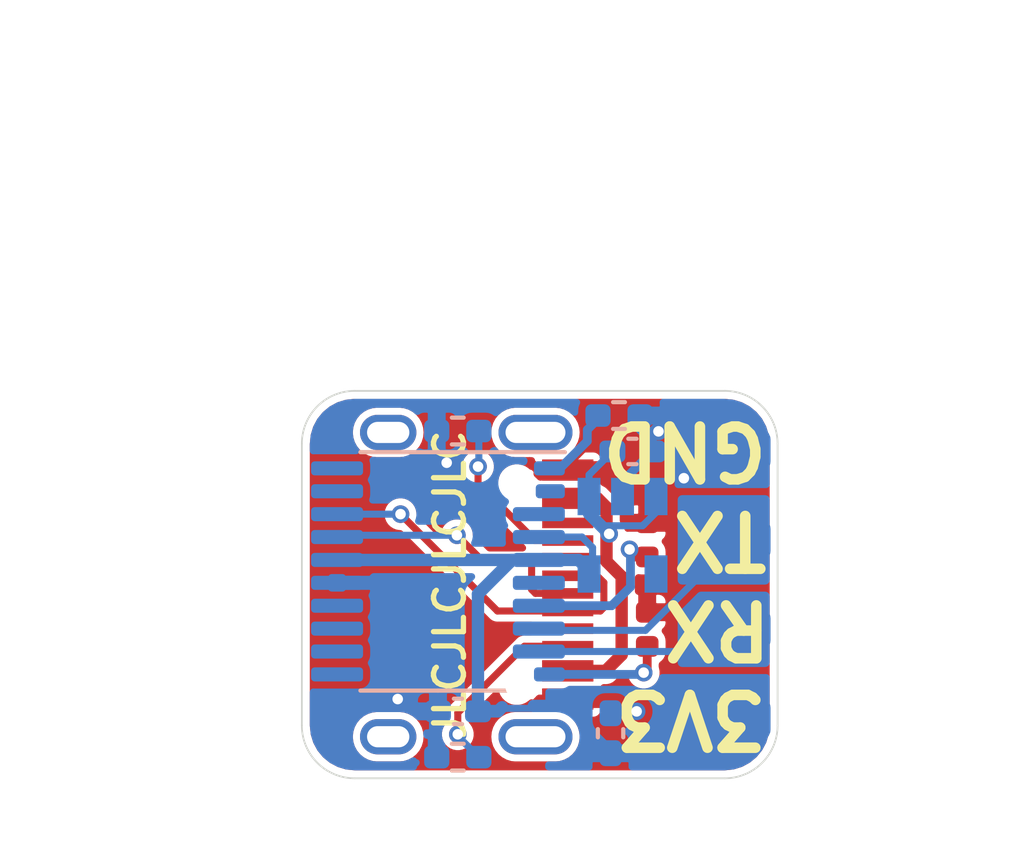
<source format=kicad_pcb>
(kicad_pcb (version 20171130) (host pcbnew 5.1.9+dfsg1-1+deb11u1)

  (general
    (thickness 1.6)
    (drawings 15)
    (tracks 134)
    (zones 0)
    (modules 12)
    (nets 26)
  )

  (page A4)
  (layers
    (0 F.Cu signal)
    (31 B.Cu signal)
    (32 B.Adhes user)
    (33 F.Adhes user)
    (34 B.Paste user)
    (35 F.Paste user)
    (36 B.SilkS user)
    (37 F.SilkS user)
    (38 B.Mask user)
    (39 F.Mask user)
    (40 Dwgs.User user)
    (41 Cmts.User user)
    (42 Eco1.User user)
    (43 Eco2.User user)
    (44 Edge.Cuts user)
    (45 Margin user)
    (46 B.CrtYd user)
    (47 F.CrtYd user)
    (48 B.Fab user)
    (49 F.Fab user)
  )

  (setup
    (last_trace_width 0.25)
    (trace_clearance 0.2)
    (zone_clearance 0.2)
    (zone_45_only no)
    (trace_min 0.2)
    (via_size 0.5)
    (via_drill 0.3)
    (via_min_size 0.4)
    (via_min_drill 0.3)
    (uvia_size 0.3)
    (uvia_drill 0.1)
    (uvias_allowed no)
    (uvia_min_size 0.2)
    (uvia_min_drill 0.1)
    (edge_width 0.05)
    (segment_width 0.2)
    (pcb_text_width 0.3)
    (pcb_text_size 1.5 1.5)
    (mod_edge_width 0.12)
    (mod_text_size 1 1)
    (mod_text_width 0.15)
    (pad_size 2.5 1.25)
    (pad_drill 0)
    (pad_to_mask_clearance 0)
    (aux_axis_origin 0 0)
    (visible_elements FFFFFF7F)
    (pcbplotparams
      (layerselection 0x010f0_ffffffff)
      (usegerberextensions true)
      (usegerberattributes false)
      (usegerberadvancedattributes false)
      (creategerberjobfile false)
      (excludeedgelayer true)
      (linewidth 0.100000)
      (plotframeref false)
      (viasonmask false)
      (mode 1)
      (useauxorigin false)
      (hpglpennumber 1)
      (hpglpenspeed 20)
      (hpglpendiameter 15.000000)
      (psnegative false)
      (psa4output false)
      (plotreference true)
      (plotvalue true)
      (plotinvisibletext false)
      (padsonsilk false)
      (subtractmaskfromsilk true)
      (outputformat 1)
      (mirror false)
      (drillshape 0)
      (scaleselection 1)
      (outputdirectory "gerb/"))
  )

  (net 0 "")
  (net 1 GND)
  (net 2 VUSB)
  (net 3 "Net-(J1-PadA8)")
  (net 4 "Net-(J1-PadB8)")
  (net 5 TX)
  (net 6 RX)
  (net 7 "Net-(U1-Pad11)")
  (net 8 "Net-(U1-Pad12)")
  (net 9 VCC)
  (net 10 "Net-(U2-Pad4)")
  (net 11 dp)
  (net 12 dm)
  (net 13 CC2)
  (net 14 CC1)
  (net 15 "Net-(J1-PadS1)")
  (net 16 "Net-(R4-Pad1)")
  (net 17 "Net-(U1-Pad13)")
  (net 18 "Net-(U1-Pad14)")
  (net 19 "Net-(U1-Pad19)")
  (net 20 "Net-(U1-Pad20)")
  (net 21 RXLED)
  (net 22 TXLED)
  (net 23 "Net-(U1-Pad6)")
  (net 24 "Net-(U1-Pad2)")
  (net 25 "Net-(U1-Pad3)")

  (net_class Default "This is the default net class."
    (clearance 0.2)
    (trace_width 0.25)
    (via_dia 0.5)
    (via_drill 0.3)
    (uvia_dia 0.3)
    (uvia_drill 0.1)
    (add_net GND)
    (add_net "Net-(J1-PadA8)")
    (add_net "Net-(J1-PadB8)")
    (add_net "Net-(J1-PadS1)")
    (add_net "Net-(R4-Pad1)")
    (add_net "Net-(U1-Pad11)")
    (add_net "Net-(U1-Pad12)")
    (add_net "Net-(U1-Pad13)")
    (add_net "Net-(U1-Pad14)")
    (add_net "Net-(U1-Pad19)")
    (add_net "Net-(U1-Pad2)")
    (add_net "Net-(U1-Pad20)")
    (add_net "Net-(U1-Pad3)")
    (add_net "Net-(U1-Pad6)")
    (add_net "Net-(U2-Pad4)")
    (add_net RXLED)
    (add_net TXLED)
  )

  (net_class current ""
    (clearance 0.45)
    (trace_width 2.5)
    (via_dia 0.5)
    (via_drill 0.3)
    (uvia_dia 0.3)
    (uvia_drill 0.1)
  )

  (net_class data ""
    (clearance 0.2)
    (trace_width 0.2)
    (via_dia 0.5)
    (via_drill 0.3)
    (uvia_dia 0.3)
    (uvia_drill 0.1)
    (add_net CC1)
    (add_net CC2)
    (add_net RX)
    (add_net TX)
    (add_net dm)
    (add_net dp)
  )

  (net_class power ""
    (clearance 0.2)
    (trace_width 0.2)
    (via_dia 0.8)
    (via_drill 0.4)
    (uvia_dia 0.3)
    (uvia_drill 0.1)
    (add_net VCC)
    (add_net VUSB)
  )

  (module Package_TO_SOT_SMD:SOT-23-5 (layer B.Cu) (tedit 645D165B) (tstamp 645BE65A)
    (at 5.6 -1.4 270)
    (descr "5-pin SOT23 package")
    (tags SOT-23-5)
    (path /645E4E24)
    (attr smd)
    (fp_text reference U2 (at 0 2.9 90) (layer B.SilkS) hide
      (effects (font (size 1 1) (thickness 0.15)) (justify mirror))
    )
    (fp_text value AP2112K-3.3 (at 0 -2.9 90) (layer B.Fab)
      (effects (font (size 1 1) (thickness 0.15)) (justify mirror))
    )
    (fp_line (start -1.9 1.8) (end 1.9 1.8) (layer B.CrtYd) (width 0.05))
    (fp_line (start 1.9 1.8) (end 1.9 -1.8) (layer B.CrtYd) (width 0.05))
    (fp_line (start 1.9 -1.8) (end -1.9 -1.8) (layer B.CrtYd) (width 0.05))
    (fp_line (start -1.9 -1.8) (end -1.9 1.8) (layer B.CrtYd) (width 0.05))
    (fp_line (start -0.9 0.9) (end -0.25 1.55) (layer B.Fab) (width 0.1))
    (fp_line (start 0.9 1.55) (end -0.25 1.55) (layer B.Fab) (width 0.1))
    (fp_line (start -0.9 0.9) (end -0.9 -1.55) (layer B.Fab) (width 0.1))
    (fp_line (start 0.9 -1.55) (end -0.9 -1.55) (layer B.Fab) (width 0.1))
    (fp_line (start 0.9 1.55) (end 0.9 -1.55) (layer B.Fab) (width 0.1))
    (fp_text user %R (at 0 0 180) (layer B.Fab)
      (effects (font (size 0.5 0.5) (thickness 0.075)) (justify mirror))
    )
    (pad 1 smd rect (at -1.1 0.95 270) (size 1.06 0.65) (layers B.Cu B.Paste B.Mask)
      (net 2 VUSB))
    (pad 2 smd rect (at -1.1 0 270) (size 1.06 0.65) (layers B.Cu B.Paste B.Mask)
      (net 1 GND))
    (pad 3 smd rect (at -1.1 -0.95 270) (size 1.06 0.65) (layers B.Cu B.Paste B.Mask)
      (net 2 VUSB))
    (pad 4 smd rect (at 1.1 -0.95 270) (size 1.06 0.65) (layers B.Cu B.Paste B.Mask)
      (net 10 "Net-(U2-Pad4)"))
    (pad 5 smd rect (at 1.1 0.95 270) (size 1.06 0.65) (layers B.Cu B.Paste B.Mask)
      (net 9 VCC))
    (model ${KISYS3DMOD}/Package_TO_SOT_SMD.3dshapes/SOT-23-5.wrl
      (at (xyz 0 0 0))
      (scale (xyz 1 1 1))
      (rotate (xyz 0 0 0))
    )
  )

  (module LED_SMD:LED_0402_1005Metric (layer F.Cu) (tedit 65BAD77E) (tstamp 65E79AEB)
    (at 6.3 -1.27 270)
    (descr "LED SMD 0402 (1005 Metric), square (rectangular) end terminal, IPC_7351 nominal, (Body size source: http://www.tortai-tech.com/upload/download/2011102023233369053.pdf), generated with kicad-footprint-generator")
    (tags LED)
    (path /65BAF4C6)
    (attr smd)
    (fp_text reference D2 (at 0 -1.17 90) (layer F.SilkS) hide
      (effects (font (size 1 1) (thickness 0.15)))
    )
    (fp_text value LED (at 0 1.17 90) (layer F.Fab)
      (effects (font (size 1 1) (thickness 0.15)))
    )
    (fp_line (start 0.93 0.47) (end -0.93 0.47) (layer F.CrtYd) (width 0.05))
    (fp_line (start 0.93 -0.47) (end 0.93 0.47) (layer F.CrtYd) (width 0.05))
    (fp_line (start -0.93 -0.47) (end 0.93 -0.47) (layer F.CrtYd) (width 0.05))
    (fp_line (start -0.93 0.47) (end -0.93 -0.47) (layer F.CrtYd) (width 0.05))
    (fp_line (start -0.3 0.25) (end -0.3 -0.25) (layer F.Fab) (width 0.1))
    (fp_line (start -0.4 0.25) (end -0.4 -0.25) (layer F.Fab) (width 0.1))
    (fp_line (start 0.5 0.25) (end -0.5 0.25) (layer F.Fab) (width 0.1))
    (fp_line (start 0.5 -0.25) (end 0.5 0.25) (layer F.Fab) (width 0.1))
    (fp_line (start -0.5 -0.25) (end 0.5 -0.25) (layer F.Fab) (width 0.1))
    (fp_line (start -0.5 0.25) (end -0.5 -0.25) (layer F.Fab) (width 0.1))
    (fp_text user %R (at 0 0 90) (layer F.Fab)
      (effects (font (size 0.25 0.25) (thickness 0.04)))
    )
    (pad 1 smd roundrect (at -0.485 0 270) (size 0.59 0.64) (layers F.Cu F.Paste F.Mask) (roundrect_rratio 0.25)
      (net 1 GND))
    (pad 2 smd roundrect (at 0.485 0 270) (size 0.59 0.64) (layers F.Cu F.Paste F.Mask) (roundrect_rratio 0.25)
      (net 22 TXLED))
    (model ${KISYS3DMOD}/LED_SMD.3dshapes/LED_0402_1005Metric.wrl
      (at (xyz 0 0 0))
      (scale (xyz 1 1 1))
      (rotate (xyz 0 0 0))
    )
  )

  (module LED_SMD:LED_0402_1005Metric (layer F.Cu) (tedit 65BAD78E) (tstamp 65BAE4CC)
    (at 6.3 1.27 270)
    (descr "LED SMD 0402 (1005 Metric), square (rectangular) end terminal, IPC_7351 nominal, (Body size source: http://www.tortai-tech.com/upload/download/2011102023233369053.pdf), generated with kicad-footprint-generator")
    (tags LED)
    (path /65BB0356)
    (attr smd)
    (fp_text reference D1 (at 0 -1.17 90) (layer F.SilkS) hide
      (effects (font (size 1 1) (thickness 0.15)))
    )
    (fp_text value LED (at 0 1.17 90) (layer F.Fab)
      (effects (font (size 1 1) (thickness 0.15)))
    )
    (fp_line (start -0.5 0.25) (end -0.5 -0.25) (layer F.Fab) (width 0.1))
    (fp_line (start -0.5 -0.25) (end 0.5 -0.25) (layer F.Fab) (width 0.1))
    (fp_line (start 0.5 -0.25) (end 0.5 0.25) (layer F.Fab) (width 0.1))
    (fp_line (start 0.5 0.25) (end -0.5 0.25) (layer F.Fab) (width 0.1))
    (fp_line (start -0.4 0.25) (end -0.4 -0.25) (layer F.Fab) (width 0.1))
    (fp_line (start -0.3 0.25) (end -0.3 -0.25) (layer F.Fab) (width 0.1))
    (fp_line (start -0.93 0.47) (end -0.93 -0.47) (layer F.CrtYd) (width 0.05))
    (fp_line (start -0.93 -0.47) (end 0.93 -0.47) (layer F.CrtYd) (width 0.05))
    (fp_line (start 0.93 -0.47) (end 0.93 0.47) (layer F.CrtYd) (width 0.05))
    (fp_line (start 0.93 0.47) (end -0.93 0.47) (layer F.CrtYd) (width 0.05))
    (fp_text user %R (at 0 0 90) (layer F.Fab)
      (effects (font (size 0.25 0.25) (thickness 0.04)))
    )
    (pad 2 smd roundrect (at 0.485 0 270) (size 0.59 0.64) (layers F.Cu F.Paste F.Mask) (roundrect_rratio 0.25)
      (net 21 RXLED))
    (pad 1 smd roundrect (at -0.485 0 270) (size 0.59 0.64) (layers F.Cu F.Paste F.Mask) (roundrect_rratio 0.25)
      (net 1 GND))
    (model ${KISYS3DMOD}/LED_SMD.3dshapes/LED_0402_1005Metric.wrl
      (at (xyz 0 0 0))
      (scale (xyz 1 1 1))
      (rotate (xyz 0 0 0))
    )
  )

  (module Capacitor_SMD:C_0402_1005Metric_Pad0.74x0.62mm_HandSolder (layer B.Cu) (tedit 5F6BB22C) (tstamp 65DD646A)
    (at 5.88 -3.78)
    (descr "Capacitor SMD 0402 (1005 Metric), square (rectangular) end terminal, IPC_7351 nominal with elongated pad for handsoldering. (Body size source: IPC-SM-782 page 76, https://www.pcb-3d.com/wordpress/wp-content/uploads/ipc-sm-782a_amendment_1_and_2.pdf), generated with kicad-footprint-generator")
    (tags "capacitor handsolder")
    (path /6442DCA1)
    (attr smd)
    (fp_text reference C1 (at 0 1.16) (layer B.SilkS) hide
      (effects (font (size 1 1) (thickness 0.15)) (justify mirror))
    )
    (fp_text value 1uF (at 0 -1.16) (layer B.Fab)
      (effects (font (size 1 1) (thickness 0.15)) (justify mirror))
    )
    (fp_line (start -0.5 -0.25) (end -0.5 0.25) (layer B.Fab) (width 0.1))
    (fp_line (start -0.5 0.25) (end 0.5 0.25) (layer B.Fab) (width 0.1))
    (fp_line (start 0.5 0.25) (end 0.5 -0.25) (layer B.Fab) (width 0.1))
    (fp_line (start 0.5 -0.25) (end -0.5 -0.25) (layer B.Fab) (width 0.1))
    (fp_line (start -0.115835 0.36) (end 0.115835 0.36) (layer B.SilkS) (width 0.12))
    (fp_line (start -0.115835 -0.36) (end 0.115835 -0.36) (layer B.SilkS) (width 0.12))
    (fp_line (start -1.08 -0.46) (end -1.08 0.46) (layer B.CrtYd) (width 0.05))
    (fp_line (start -1.08 0.46) (end 1.08 0.46) (layer B.CrtYd) (width 0.05))
    (fp_line (start 1.08 0.46) (end 1.08 -0.46) (layer B.CrtYd) (width 0.05))
    (fp_line (start 1.08 -0.46) (end -1.08 -0.46) (layer B.CrtYd) (width 0.05))
    (fp_text user %R (at 0 0) (layer B.Fab)
      (effects (font (size 0.25 0.25) (thickness 0.04)) (justify mirror))
    )
    (pad 1 smd roundrect (at -0.5675 0) (size 0.735 0.62) (layers B.Cu B.Paste B.Mask) (roundrect_rratio 0.25)
      (net 2 VUSB))
    (pad 2 smd roundrect (at 0.5675 0) (size 0.735 0.62) (layers B.Cu B.Paste B.Mask) (roundrect_rratio 0.25)
      (net 1 GND))
    (model ${KISYS3DMOD}/Capacitor_SMD.3dshapes/C_0402_1005Metric.wrl
      (at (xyz 0 0 0))
      (scale (xyz 1 1 1))
      (rotate (xyz 0 0 0))
    )
  )

  (module Package_SO:TSSOP-20_4.4x6.5mm_P0.65mm (layer B.Cu) (tedit 65DD01F3) (tstamp 65A4A2D3)
    (at 0.3625 -0.375 180)
    (descr "TSSOP, 20 Pin (JEDEC MO-153 Var AC https://www.jedec.org/document_search?search_api_views_fulltext=MO-153), generated with kicad-footprint-generator ipc_gullwing_generator.py")
    (tags "TSSOP SO")
    (path /65A4E954)
    (attr smd)
    (fp_text reference U1 (at 0 4.2 180) (layer B.SilkS) hide
      (effects (font (size 1 1) (thickness 0.15)) (justify mirror))
    )
    (fp_text value STM32F042F4Px (at 0 -4.2 180) (layer B.Fab)
      (effects (font (size 1 1) (thickness 0.15)) (justify mirror))
    )
    (fp_line (start 0 -3.385) (end 2.2 -3.385) (layer B.SilkS) (width 0.12))
    (fp_line (start 0 -3.385) (end -2.2 -3.385) (layer B.SilkS) (width 0.12))
    (fp_line (start 0 3.385) (end 2.2 3.385) (layer B.SilkS) (width 0.12))
    (fp_line (start 0 3.385) (end -3.6 3.385) (layer B.SilkS) (width 0.12))
    (fp_line (start -1.2 3.25) (end 2.2 3.25) (layer B.Fab) (width 0.1))
    (fp_line (start 2.2 3.25) (end 2.2 -3.25) (layer B.Fab) (width 0.1))
    (fp_line (start 2.2 -3.25) (end -2.2 -3.25) (layer B.Fab) (width 0.1))
    (fp_line (start -2.2 -3.25) (end -2.2 2.25) (layer B.Fab) (width 0.1))
    (fp_line (start -2.2 2.25) (end -1.2 3.25) (layer B.Fab) (width 0.1))
    (fp_line (start -3.85 3.5) (end -3.85 -3.5) (layer B.CrtYd) (width 0.05))
    (fp_line (start -3.85 -3.5) (end 3.85 -3.5) (layer B.CrtYd) (width 0.05))
    (fp_line (start 3.85 -3.5) (end 3.85 3.5) (layer B.CrtYd) (width 0.05))
    (fp_line (start 3.85 3.5) (end -3.85 3.5) (layer B.CrtYd) (width 0.05))
    (fp_text user %R (at 0 0 180) (layer B.Fab)
      (effects (font (size 1 1) (thickness 0.15)) (justify mirror))
    )
    (pad 1 smd roundrect (at -3.1625 2.925 180) (size 0.875 0.4) (layers B.Cu B.Paste B.Mask) (roundrect_rratio 0.25)
      (net 16 "Net-(R4-Pad1)"))
    (pad 2 smd roundrect (at -3.1875 2.275 180) (size 0.825 0.4) (layers B.Cu B.Paste B.Mask) (roundrect_rratio 0.25)
      (net 24 "Net-(U1-Pad2)"))
    (pad 3 smd roundrect (at -2.8625 1.625 180) (size 1.475 0.4) (layers B.Cu B.Paste B.Mask) (roundrect_rratio 0.25)
      (net 25 "Net-(U1-Pad3)"))
    (pad 4 smd roundrect (at -2.8625 0.975 180) (size 1.475 0.4) (layers B.Cu B.Paste B.Mask) (roundrect_rratio 0.25)
      (net 9 VCC))
    (pad 5 smd roundrect (at -2.8625 0.325 180) (size 1.475 0.4) (layers B.Cu B.Paste B.Mask) (roundrect_rratio 0.25)
      (net 9 VCC))
    (pad 6 smd roundrect (at -2.8625 -0.325 180) (size 1.475 0.4) (layers B.Cu B.Paste B.Mask) (roundrect_rratio 0.25)
      (net 23 "Net-(U1-Pad6)"))
    (pad 7 smd roundrect (at -2.8625 -0.975 180) (size 1.475 0.4) (layers B.Cu B.Paste B.Mask) (roundrect_rratio 0.25)
      (net 22 TXLED))
    (pad 8 smd roundrect (at -2.8625 -1.625 180) (size 1.475 0.4) (layers B.Cu B.Paste B.Mask) (roundrect_rratio 0.25)
      (net 5 TX))
    (pad 9 smd roundrect (at -2.8625 -2.275 180) (size 1.475 0.4) (layers B.Cu B.Paste B.Mask) (roundrect_rratio 0.25)
      (net 6 RX))
    (pad 10 smd roundrect (at -3.1625 -2.925 180) (size 0.875 0.4) (layers B.Cu B.Paste B.Mask) (roundrect_rratio 0.25)
      (net 21 RXLED))
    (pad 11 smd roundrect (at 2.8625 -2.925 180) (size 1.475 0.4) (layers B.Cu B.Paste B.Mask) (roundrect_rratio 0.25)
      (net 7 "Net-(U1-Pad11)"))
    (pad 12 smd roundrect (at 2.8625 -2.275 180) (size 1.475 0.4) (layers B.Cu B.Paste B.Mask) (roundrect_rratio 0.25)
      (net 8 "Net-(U1-Pad12)"))
    (pad 13 smd roundrect (at 2.8625 -1.625 180) (size 1.475 0.4) (layers B.Cu B.Paste B.Mask) (roundrect_rratio 0.25)
      (net 17 "Net-(U1-Pad13)"))
    (pad 14 smd roundrect (at 2.8625 -0.975 180) (size 1.475 0.4) (layers B.Cu B.Paste B.Mask) (roundrect_rratio 0.25)
      (net 18 "Net-(U1-Pad14)"))
    (pad 15 smd roundrect (at 2.8625 -0.325 180) (size 1.475 0.4) (layers B.Cu B.Paste B.Mask) (roundrect_rratio 0.25)
      (net 1 GND))
    (pad 16 smd roundrect (at 2.8625 0.325 180) (size 1.475 0.4) (layers B.Cu B.Paste B.Mask) (roundrect_rratio 0.25)
      (net 9 VCC))
    (pad 17 smd roundrect (at 2.8625 0.975 180) (size 1.475 0.4) (layers B.Cu B.Paste B.Mask) (roundrect_rratio 0.25)
      (net 12 dm))
    (pad 18 smd roundrect (at 2.8625 1.625 180) (size 1.475 0.4) (layers B.Cu B.Paste B.Mask) (roundrect_rratio 0.25)
      (net 11 dp))
    (pad 19 smd roundrect (at 2.8625 2.275 180) (size 1.475 0.4) (layers B.Cu B.Paste B.Mask) (roundrect_rratio 0.25)
      (net 19 "Net-(U1-Pad19)"))
    (pad 20 smd roundrect (at 2.8625 2.925 180) (size 1.475 0.4) (layers B.Cu B.Paste B.Mask) (roundrect_rratio 0.25)
      (net 20 "Net-(U1-Pad20)"))
    (model ${KISYS3DMOD}/Package_SO.3dshapes/TSSOP-20_4.4x6.5mm_P0.65mm.wrl
      (at (xyz 0 0 0))
      (scale (xyz 1 1 1))
      (rotate (xyz 0 0 0))
    )
  )

  (module serial:PinSocket_2x04_P2.54mm_Edge (layer B.Cu) (tedit 65DD23CF) (tstamp 65DD641D)
    (at 8.55 0)
    (descr "Through hole angled socket strip, 2x04, 2.54mm pitch, 8.51mm socket length, double cols (from Kicad 4.0.7), script generated")
    (tags "Through hole angled socket strip THT 2x04 2.54mm double row")
    (path /6465166D)
    (fp_text reference J2 (at -2.54 0 180) (layer B.SilkS) hide
      (effects (font (size 1 1) (thickness 0.15)) (justify mirror))
    )
    (fp_text value Conn_02x04_Top_Bottom (at -5.65 -10.39 180) (layer B.Fab)
      (effects (font (size 1 1) (thickness 0.15)) (justify mirror))
    )
    (pad 1 smd roundrect (at 0 3.81) (size 2.5 1.25) (layers B.Cu B.Mask) (roundrect_rratio 0.25)
      (net 9 VCC) (zone_connect 2))
    (pad 2 smd roundrect (at 0 1.27) (size 2.5 1.25) (layers B.Cu B.Mask) (roundrect_rratio 0.25)
      (net 6 RX))
    (pad 3 smd roundrect (at 0 -1.27) (size 2.5 1.25) (layers B.Cu B.Mask) (roundrect_rratio 0.25)
      (net 5 TX))
    (pad 4 smd roundrect (at 0 -3.81) (size 2.5 1.25) (layers B.Cu B.Mask) (roundrect_rratio 0.25)
      (net 1 GND) (zone_connect 2))
    (model ${KISYS3DMOD}/Connector_PinHeader_2.54mm.3dshapes/PinHeader_1x04_P2.54mm_Vertical.wrl
      (offset (xyz 1.8 -3.84 0.3))
      (scale (xyz 1 1 1))
      (rotate (xyz 0 90 180))
    )
  )

  (module footprints:USB_C_Receptacle_HRO_TYPE-C-31-M-12 (layer F.Cu) (tedit 645EAD65) (tstamp 645AB7C7)
    (at 0 0 270)
    (descr "USB Type-C receptacle for USB 2.0 and PD, http://www.krhro.com/uploads/soft/180320/1-1P320120243.pdf")
    (tags "usb usb-c 2.0 pd")
    (path /6427861C)
    (attr smd)
    (fp_text reference J1 (at 0 -5.645 90) (layer F.SilkS) hide
      (effects (font (size 1 1) (thickness 0.15)))
    )
    (fp_text value USB_C_Receptacle_USB2.0 (at 0 5.1 90) (layer F.Fab) hide
      (effects (font (size 1 1) (thickness 0.15)))
    )
    (fp_line (start -4.47 -3.65) (end 4.47 -3.65) (layer F.Fab) (width 0.1))
    (fp_line (start -4.47 -3.65) (end -4.47 3.65) (layer F.Fab) (width 0.1))
    (fp_line (start -4.47 3.65) (end 4.47 3.65) (layer F.Fab) (width 0.1))
    (fp_line (start 4.47 -3.65) (end 4.47 3.65) (layer F.Fab) (width 0.1))
    (fp_line (start -5.32 -5.27) (end 5.32 -5.27) (layer F.CrtYd) (width 0.05))
    (fp_line (start -5.32 4.15) (end 5.32 4.15) (layer F.CrtYd) (width 0.05))
    (fp_line (start -5.32 -5.27) (end -5.32 4.15) (layer F.CrtYd) (width 0.05))
    (fp_line (start 5.32 -5.27) (end 5.32 4.15) (layer F.CrtYd) (width 0.05))
    (fp_text user %R (at 0 0 90) (layer F.Fab)
      (effects (font (size 1 1) (thickness 0.15)))
    )
    (pad "" thru_hole oval (at 4.32 1.05 270) (size 1 1.6) (drill oval 0.6 1.2) (layers *.Cu *.Mask))
    (pad "" np_thru_hole circle (at 2.89 -2.6 270) (size 0.65 0.65) (drill 0.65) (layers *.Cu *.Mask)
      (zone_connect 2))
    (pad S1 thru_hole oval (at -4.32 1.05 270) (size 1 1.6) (drill oval 0.6 1.2) (layers *.Cu *.Mask)
      (net 15 "Net-(J1-PadS1)"))
    (pad "" np_thru_hole circle (at -2.89 -2.6 270) (size 0.65 0.65) (drill 0.65) (layers *.Cu *.Mask)
      (zone_connect 0))
    (pad "" thru_hole oval (at -4.32 -3.13 270) (size 1 2.1) (drill oval 0.6 1.7) (layers *.Cu *.Mask))
    (pad "" thru_hole oval (at 4.32 -3.13 270) (size 1 2.1) (drill oval 0.6 1.7) (layers *.Cu *.Mask))
    (pad A6 smd rect (at -0.25 -4.045 270) (size 0.3 1.45) (layers F.Cu F.Paste F.Mask)
      (net 11 dp))
    (pad B5 smd rect (at 1.75 -4.045 270) (size 0.3 1.45) (layers F.Cu F.Paste F.Mask)
      (net 13 CC2))
    (pad A8 smd rect (at 1.25 -4.045 270) (size 0.3 1.45) (layers F.Cu F.Paste F.Mask)
      (net 3 "Net-(J1-PadA8)"))
    (pad B6 smd rect (at 0.75 -4.045 270) (size 0.3 1.45) (layers F.Cu F.Paste F.Mask)
      (net 11 dp))
    (pad A7 smd rect (at 0.25 -4.045 270) (size 0.3 1.45) (layers F.Cu F.Paste F.Mask)
      (net 12 dm))
    (pad B7 smd rect (at -0.75 -4.045 270) (size 0.3 1.45) (layers F.Cu F.Paste F.Mask)
      (net 12 dm))
    (pad A5 smd rect (at -1.25 -4.045 270) (size 0.3 1.45) (layers F.Cu F.Paste F.Mask)
      (net 14 CC1))
    (pad B8 smd rect (at -1.75 -4.045 270) (size 0.3 1.45) (layers F.Cu F.Paste F.Mask)
      (net 4 "Net-(J1-PadB8)"))
    (pad A12 smd rect (at 3.25 -4.045 270) (size 0.6 1.45) (layers F.Cu F.Paste F.Mask)
      (net 1 GND))
    (pad B4 smd rect (at 2.45 -4.045 270) (size 0.6 1.45) (layers F.Cu F.Paste F.Mask)
      (net 2 VUSB))
    (pad A4 smd rect (at -2.45 -4.045 270) (size 0.6 1.45) (layers F.Cu F.Paste F.Mask)
      (net 2 VUSB))
    (pad A1 smd rect (at -3.25 -4.045 270) (size 0.6 1.45) (layers F.Cu F.Paste F.Mask)
      (net 1 GND))
    (pad B12 smd rect (at -3.25 -4.045 270) (size 0.6 1.45) (layers F.Cu F.Paste F.Mask)
      (net 1 GND))
    (pad B9 smd rect (at -2.45 -4.045 270) (size 0.6 1.45) (layers F.Cu F.Paste F.Mask)
      (net 2 VUSB))
    (pad A9 smd rect (at 2.45 -4.045 270) (size 0.6 1.45) (layers F.Cu F.Paste F.Mask)
      (net 2 VUSB))
    (pad B1 smd rect (at 3.25 -4.045 270) (size 0.6 1.45) (layers F.Cu F.Paste F.Mask)
      (net 1 GND))
    (model ${KISYS3DMOD}/Connector_USB.3dshapes/USB_C_Receptacle_HRO_TYPE-C-31-M-12.wrl
      (at (xyz 0 0 0))
      (scale (xyz 1 1 1))
      (rotate (xyz 0 0 0))
    )
  )

  (module Capacitor_SMD:C_0402_1005Metric_Pad0.74x0.62mm_HandSolder (layer B.Cu) (tedit 5F6BB22C) (tstamp 65A465EA)
    (at 0.93 3.6 180)
    (descr "Capacitor SMD 0402 (1005 Metric), square (rectangular) end terminal, IPC_7351 nominal with elongated pad for handsoldering. (Body size source: IPC-SM-782 page 76, https://www.pcb-3d.com/wordpress/wp-content/uploads/ipc-sm-782a_amendment_1_and_2.pdf), generated with kicad-footprint-generator")
    (tags "capacitor handsolder")
    (path /64473799)
    (attr smd)
    (fp_text reference C2 (at 0 1.16) (layer B.SilkS) hide
      (effects (font (size 1 1) (thickness 0.15)) (justify mirror))
    )
    (fp_text value 1uF (at 0 -1.16) (layer B.Fab)
      (effects (font (size 1 1) (thickness 0.15)) (justify mirror))
    )
    (fp_line (start 1.08 -0.46) (end -1.08 -0.46) (layer B.CrtYd) (width 0.05))
    (fp_line (start 1.08 0.46) (end 1.08 -0.46) (layer B.CrtYd) (width 0.05))
    (fp_line (start -1.08 0.46) (end 1.08 0.46) (layer B.CrtYd) (width 0.05))
    (fp_line (start -1.08 -0.46) (end -1.08 0.46) (layer B.CrtYd) (width 0.05))
    (fp_line (start -0.115835 -0.36) (end 0.115835 -0.36) (layer B.SilkS) (width 0.12))
    (fp_line (start -0.115835 0.36) (end 0.115835 0.36) (layer B.SilkS) (width 0.12))
    (fp_line (start 0.5 -0.25) (end -0.5 -0.25) (layer B.Fab) (width 0.1))
    (fp_line (start 0.5 0.25) (end 0.5 -0.25) (layer B.Fab) (width 0.1))
    (fp_line (start -0.5 0.25) (end 0.5 0.25) (layer B.Fab) (width 0.1))
    (fp_line (start -0.5 -0.25) (end -0.5 0.25) (layer B.Fab) (width 0.1))
    (fp_text user %R (at 0 0) (layer B.Fab)
      (effects (font (size 0.25 0.25) (thickness 0.04)) (justify mirror))
    )
    (pad 2 smd roundrect (at 0.5675 0 180) (size 0.735 0.62) (layers B.Cu B.Paste B.Mask) (roundrect_rratio 0.25)
      (net 1 GND))
    (pad 1 smd roundrect (at -0.5675 0 180) (size 0.735 0.62) (layers B.Cu B.Paste B.Mask) (roundrect_rratio 0.25)
      (net 9 VCC))
    (model ${KISYS3DMOD}/Capacitor_SMD.3dshapes/C_0402_1005Metric.wrl
      (at (xyz 0 0 0))
      (scale (xyz 1 1 1))
      (rotate (xyz 0 0 0))
    )
  )

  (module Resistor_SMD:R_0402_1005Metric_Pad0.72x0.64mm_HandSolder (layer B.Cu) (tedit 5F6BB9E0) (tstamp 65A465FB)
    (at 0.925 4.9)
    (descr "Resistor SMD 0402 (1005 Metric), square (rectangular) end terminal, IPC_7351 nominal with elongated pad for handsoldering. (Body size source: IPC-SM-782 page 72, https://www.pcb-3d.com/wordpress/wp-content/uploads/ipc-sm-782a_amendment_1_and_2.pdf), generated with kicad-footprint-generator")
    (tags "resistor handsolder")
    (path /6428F85D)
    (attr smd)
    (fp_text reference R1 (at 0 1.17) (layer B.SilkS) hide
      (effects (font (size 1 1) (thickness 0.15)) (justify mirror))
    )
    (fp_text value "5k1 Ohm" (at 0 -1.17) (layer B.Fab)
      (effects (font (size 1 1) (thickness 0.15)) (justify mirror))
    )
    (fp_line (start -0.525 -0.27) (end -0.525 0.27) (layer B.Fab) (width 0.1))
    (fp_line (start -0.525 0.27) (end 0.525 0.27) (layer B.Fab) (width 0.1))
    (fp_line (start 0.525 0.27) (end 0.525 -0.27) (layer B.Fab) (width 0.1))
    (fp_line (start 0.525 -0.27) (end -0.525 -0.27) (layer B.Fab) (width 0.1))
    (fp_line (start -0.167621 0.38) (end 0.167621 0.38) (layer B.SilkS) (width 0.12))
    (fp_line (start -0.167621 -0.38) (end 0.167621 -0.38) (layer B.SilkS) (width 0.12))
    (fp_line (start -1.1 -0.47) (end -1.1 0.47) (layer B.CrtYd) (width 0.05))
    (fp_line (start -1.1 0.47) (end 1.1 0.47) (layer B.CrtYd) (width 0.05))
    (fp_line (start 1.1 0.47) (end 1.1 -0.47) (layer B.CrtYd) (width 0.05))
    (fp_line (start 1.1 -0.47) (end -1.1 -0.47) (layer B.CrtYd) (width 0.05))
    (fp_text user %R (at 0 0) (layer B.Fab)
      (effects (font (size 0.26 0.26) (thickness 0.04)) (justify mirror))
    )
    (pad 1 smd roundrect (at -0.5975 0) (size 0.715 0.64) (layers B.Cu B.Paste B.Mask) (roundrect_rratio 0.25)
      (net 1 GND))
    (pad 2 smd roundrect (at 0.5975 0) (size 0.715 0.64) (layers B.Cu B.Paste B.Mask) (roundrect_rratio 0.25)
      (net 13 CC2))
    (model ${KISYS3DMOD}/Resistor_SMD.3dshapes/R_0402_1005Metric.wrl
      (at (xyz 0 0 0))
      (scale (xyz 1 1 1))
      (rotate (xyz 0 0 0))
    )
  )

  (module Resistor_SMD:R_0402_1005Metric_Pad0.72x0.64mm_HandSolder (layer B.Cu) (tedit 5F6BB9E0) (tstamp 65A4660C)
    (at 0.925 -4.36)
    (descr "Resistor SMD 0402 (1005 Metric), square (rectangular) end terminal, IPC_7351 nominal with elongated pad for handsoldering. (Body size source: IPC-SM-782 page 72, https://www.pcb-3d.com/wordpress/wp-content/uploads/ipc-sm-782a_amendment_1_and_2.pdf), generated with kicad-footprint-generator")
    (tags "resistor handsolder")
    (path /642975F3)
    (attr smd)
    (fp_text reference R2 (at 0 1.17) (layer B.SilkS) hide
      (effects (font (size 1 1) (thickness 0.15)) (justify mirror))
    )
    (fp_text value "5k1 Ohm" (at 0 -1.17) (layer B.Fab)
      (effects (font (size 1 1) (thickness 0.15)) (justify mirror))
    )
    (fp_line (start 1.1 -0.47) (end -1.1 -0.47) (layer B.CrtYd) (width 0.05))
    (fp_line (start 1.1 0.47) (end 1.1 -0.47) (layer B.CrtYd) (width 0.05))
    (fp_line (start -1.1 0.47) (end 1.1 0.47) (layer B.CrtYd) (width 0.05))
    (fp_line (start -1.1 -0.47) (end -1.1 0.47) (layer B.CrtYd) (width 0.05))
    (fp_line (start -0.167621 -0.38) (end 0.167621 -0.38) (layer B.SilkS) (width 0.12))
    (fp_line (start -0.167621 0.38) (end 0.167621 0.38) (layer B.SilkS) (width 0.12))
    (fp_line (start 0.525 -0.27) (end -0.525 -0.27) (layer B.Fab) (width 0.1))
    (fp_line (start 0.525 0.27) (end 0.525 -0.27) (layer B.Fab) (width 0.1))
    (fp_line (start -0.525 0.27) (end 0.525 0.27) (layer B.Fab) (width 0.1))
    (fp_line (start -0.525 -0.27) (end -0.525 0.27) (layer B.Fab) (width 0.1))
    (fp_text user %R (at 0 0) (layer B.Fab)
      (effects (font (size 0.26 0.26) (thickness 0.04)) (justify mirror))
    )
    (pad 2 smd roundrect (at 0.5975 0) (size 0.715 0.64) (layers B.Cu B.Paste B.Mask) (roundrect_rratio 0.25)
      (net 14 CC1))
    (pad 1 smd roundrect (at -0.5975 0) (size 0.715 0.64) (layers B.Cu B.Paste B.Mask) (roundrect_rratio 0.25)
      (net 1 GND))
    (model ${KISYS3DMOD}/Resistor_SMD.3dshapes/R_0402_1005Metric.wrl
      (at (xyz 0 0 0))
      (scale (xyz 1 1 1))
      (rotate (xyz 0 0 0))
    )
  )

  (module Resistor_SMD:R_0402_1005Metric_Pad0.72x0.64mm_HandSolder (layer B.Cu) (tedit 5F6BB9E0) (tstamp 65A4662E)
    (at 5.5 -4.8)
    (descr "Resistor SMD 0402 (1005 Metric), square (rectangular) end terminal, IPC_7351 nominal with elongated pad for handsoldering. (Body size source: IPC-SM-782 page 72, https://www.pcb-3d.com/wordpress/wp-content/uploads/ipc-sm-782a_amendment_1_and_2.pdf), generated with kicad-footprint-generator")
    (tags "resistor handsolder")
    (path /65A56361)
    (attr smd)
    (fp_text reference R4 (at 0 1.17) (layer B.SilkS) hide
      (effects (font (size 1 1) (thickness 0.15)) (justify mirror))
    )
    (fp_text value "10k Ohm" (at 0 -1.17) (layer B.Fab)
      (effects (font (size 1 1) (thickness 0.15)) (justify mirror))
    )
    (fp_line (start 1.1 -0.47) (end -1.1 -0.47) (layer B.CrtYd) (width 0.05))
    (fp_line (start 1.1 0.47) (end 1.1 -0.47) (layer B.CrtYd) (width 0.05))
    (fp_line (start -1.1 0.47) (end 1.1 0.47) (layer B.CrtYd) (width 0.05))
    (fp_line (start -1.1 -0.47) (end -1.1 0.47) (layer B.CrtYd) (width 0.05))
    (fp_line (start -0.167621 -0.38) (end 0.167621 -0.38) (layer B.SilkS) (width 0.12))
    (fp_line (start -0.167621 0.38) (end 0.167621 0.38) (layer B.SilkS) (width 0.12))
    (fp_line (start 0.525 -0.27) (end -0.525 -0.27) (layer B.Fab) (width 0.1))
    (fp_line (start 0.525 0.27) (end 0.525 -0.27) (layer B.Fab) (width 0.1))
    (fp_line (start -0.525 0.27) (end 0.525 0.27) (layer B.Fab) (width 0.1))
    (fp_line (start -0.525 -0.27) (end -0.525 0.27) (layer B.Fab) (width 0.1))
    (fp_text user %R (at 0 0) (layer B.Fab)
      (effects (font (size 0.26 0.26) (thickness 0.04)) (justify mirror))
    )
    (pad 2 smd roundrect (at 0.5975 0) (size 0.715 0.64) (layers B.Cu B.Paste B.Mask) (roundrect_rratio 0.25)
      (net 1 GND))
    (pad 1 smd roundrect (at -0.5975 0) (size 0.715 0.64) (layers B.Cu B.Paste B.Mask) (roundrect_rratio 0.25)
      (net 16 "Net-(R4-Pad1)"))
    (model ${KISYS3DMOD}/Resistor_SMD.3dshapes/R_0402_1005Metric.wrl
      (at (xyz 0 0 0))
      (scale (xyz 1 1 1))
      (rotate (xyz 0 0 0))
    )
  )

  (module Capacitor_SMD:C_0402_1005Metric_Pad0.74x0.62mm_HandSolder (layer B.Cu) (tedit 5F6BB22C) (tstamp 65A4BE14)
    (at 5.26 4.22 90)
    (descr "Capacitor SMD 0402 (1005 Metric), square (rectangular) end terminal, IPC_7351 nominal with elongated pad for handsoldering. (Body size source: IPC-SM-782 page 76, https://www.pcb-3d.com/wordpress/wp-content/uploads/ipc-sm-782a_amendment_1_and_2.pdf), generated with kicad-footprint-generator")
    (tags "capacitor handsolder")
    (path /65B10041)
    (attr smd)
    (fp_text reference C3 (at 0 1.16 90) (layer B.SilkS) hide
      (effects (font (size 1 1) (thickness 0.15)) (justify mirror))
    )
    (fp_text value 1uF (at 0 -1.16 90) (layer B.Fab)
      (effects (font (size 1 1) (thickness 0.15)) (justify mirror))
    )
    (fp_line (start -0.5 -0.25) (end -0.5 0.25) (layer B.Fab) (width 0.1))
    (fp_line (start -0.5 0.25) (end 0.5 0.25) (layer B.Fab) (width 0.1))
    (fp_line (start 0.5 0.25) (end 0.5 -0.25) (layer B.Fab) (width 0.1))
    (fp_line (start 0.5 -0.25) (end -0.5 -0.25) (layer B.Fab) (width 0.1))
    (fp_line (start -0.115835 0.36) (end 0.115835 0.36) (layer B.SilkS) (width 0.12))
    (fp_line (start -0.115835 -0.36) (end 0.115835 -0.36) (layer B.SilkS) (width 0.12))
    (fp_line (start -1.08 -0.46) (end -1.08 0.46) (layer B.CrtYd) (width 0.05))
    (fp_line (start -1.08 0.46) (end 1.08 0.46) (layer B.CrtYd) (width 0.05))
    (fp_line (start 1.08 0.46) (end 1.08 -0.46) (layer B.CrtYd) (width 0.05))
    (fp_line (start 1.08 -0.46) (end -1.08 -0.46) (layer B.CrtYd) (width 0.05))
    (fp_text user %R (at 0 0 90) (layer B.Fab)
      (effects (font (size 0.25 0.25) (thickness 0.04)) (justify mirror))
    )
    (pad 1 smd roundrect (at -0.5675 0 90) (size 0.735 0.62) (layers B.Cu B.Paste B.Mask) (roundrect_rratio 0.25)
      (net 9 VCC))
    (pad 2 smd roundrect (at 0.5675 0 90) (size 0.735 0.62) (layers B.Cu B.Paste B.Mask) (roundrect_rratio 0.25)
      (net 1 GND))
    (model ${KISYS3DMOD}/Capacitor_SMD.3dshapes/C_0402_1005Metric.wrl
      (at (xyz 0 0 0))
      (scale (xyz 1 1 1))
      (rotate (xyz 0 0 0))
    )
  )

  (dimension 13.5 (width 0.15) (layer Cmts.User)
    (gr_text "13.500 mm" (at 3.25 -15.9) (layer Cmts.User)
      (effects (font (size 1 1) (thickness 0.15)))
    )
    (feature1 (pts (xy -3.5 -4) (xy -3.5 -15.186421)))
    (feature2 (pts (xy 10 -4) (xy 10 -15.186421)))
    (crossbar (pts (xy 10 -14.6) (xy -3.5 -14.6)))
    (arrow1a (pts (xy -3.5 -14.6) (xy -2.373496 -15.186421)))
    (arrow1b (pts (xy -3.5 -14.6) (xy -2.373496 -14.013579)))
    (arrow2a (pts (xy 10 -14.6) (xy 8.873496 -15.186421)))
    (arrow2b (pts (xy 10 -14.6) (xy 8.873496 -14.013579)))
  )
  (gr_line (start 8.5 5.5) (end -2 5.5) (layer Edge.Cuts) (width 0.05))
  (gr_text RX (at 9.95 1.27 180) (layer F.SilkS) (tstamp 65DD466B)
    (effects (font (size 1.5 1.5) (thickness 0.3)) (justify left))
  )
  (gr_text 3V3 (at 9.78 3.81 180) (layer F.SilkS) (tstamp 65DD4668)
    (effects (font (size 1.5 1.5) (thickness 0.3)) (justify left))
  )
  (gr_text GND (at 9.85 -3.81 180) (layer F.SilkS) (tstamp 65DD4665)
    (effects (font (size 1.5 1.5) (thickness 0.3)) (justify left))
  )
  (gr_text TX (at 9.85 -1.27 180) (layer F.SilkS) (tstamp 65DD4662)
    (effects (font (size 1.5 1.5) (thickness 0.3)) (justify left))
  )
  (gr_text JLCJLCJLCJLC (at 0.7 0 90) (layer F.SilkS)
    (effects (font (size 0.85 0.85) (thickness 0.15)))
  )
  (gr_arc (start -2 4) (end -3.5 4) (angle -90) (layer Edge.Cuts) (width 0.05) (tstamp 645B7DB8))
  (gr_arc (start -2 -4) (end -2 -5.5) (angle -90) (layer Edge.Cuts) (width 0.05) (tstamp 645B7DC8))
  (gr_arc (start 8.5 4) (end 8.5 5.5) (angle -90) (layer Edge.Cuts) (width 0.05) (tstamp 645C871F))
  (dimension 11 (width 0.15) (layer Cmts.User)
    (gr_text "11.000 mm" (at -8.4 0 90) (layer Cmts.User)
      (effects (font (size 1 1) (thickness 0.15)))
    )
    (feature1 (pts (xy -1 -5.5) (xy -7.686421 -5.5)))
    (feature2 (pts (xy -1 5.5) (xy -7.686421 5.5)))
    (crossbar (pts (xy -7.1 5.5) (xy -7.1 -5.5)))
    (arrow1a (pts (xy -7.1 -5.5) (xy -6.513579 -4.373496)))
    (arrow1b (pts (xy -7.1 -5.5) (xy -7.686421 -4.373496)))
    (arrow2a (pts (xy -7.1 5.5) (xy -6.513579 4.373496)))
    (arrow2b (pts (xy -7.1 5.5) (xy -7.686421 4.373496)))
  )
  (gr_line (start 10 -4) (end 10 4) (layer Edge.Cuts) (width 0.05) (tstamp 65DD7D90))
  (gr_arc (start 8.5 -4) (end 10 -4) (angle -90) (layer Edge.Cuts) (width 0.05) (tstamp 645B6AC6))
  (gr_line (start -2 -5.5) (end 8.5 -5.5) (layer Edge.Cuts) (width 0.05))
  (gr_line (start -3.5 4) (end -3.5 -4) (layer Edge.Cuts) (width 0.05) (tstamp 645B7480))

  (segment (start 3.1 3.4) (end 3.052002 3.4) (width 0.25) (layer F.Cu) (net 1))
  (segment (start 3.25 3.25) (end 3.1 3.4) (width 0.25) (layer F.Cu) (net 1))
  (segment (start 4.045 3.25) (end 3.25 3.25) (width 0.25) (layer F.Cu) (net 1))
  (segment (start 4.045 -3.25) (end 3.2 -3.25) (width 0.25) (layer F.Cu) (net 1))
  (segment (start 3.2 -3.15) (end 3.274999 -3.075001) (width 0.25) (layer F.Cu) (net 1))
  (segment (start 3.2 -3.25) (end 3.2 -3.15) (width 0.25) (layer F.Cu) (net 1))
  (segment (start -0.711442 -0.05) (end -1.4 -0.05) (width 0.25) (layer B.Cu) (net 1))
  (segment (start 0.3575 1.018942) (end -0.711442 -0.05) (width 0.25) (layer B.Cu) (net 1))
  (segment (start 0.3575 3.575) (end 0.3575 1.018942) (width 0.25) (layer B.Cu) (net 1))
  (segment (start 0.3275 3.605) (end 0.3575 3.575) (width 0.25) (layer B.Cu) (net 1))
  (segment (start 0.3275 4.9) (end 0.3275 3.605) (width 0.25) (layer B.Cu) (net 1))
  (via (at -0.78 3.25) (size 0.5) (drill 0.3) (layers F.Cu B.Cu) (net 1) (tstamp 65A49FA6))
  (via (at 0.61 -3.46) (size 0.5) (drill 0.3) (layers F.Cu B.Cu) (net 1) (tstamp 65A49FAA))
  (segment (start 4.045 -3.435) (end 4.57 -3.96) (width 0.25) (layer F.Cu) (net 1))
  (segment (start 4.045 -3.25) (end 4.045 -3.435) (width 0.25) (layer F.Cu) (net 1))
  (segment (start 4.045 -3.25) (end 4.415257 -3.25) (width 0.25) (layer F.Cu) (net 1))
  (segment (start 5.955 -1.755) (end 5.9 -1.7) (width 0.25) (layer F.Cu) (net 1))
  (via (at 6.62 -4.35) (size 0.5) (drill 0.3) (layers F.Cu B.Cu) (net 1))
  (segment (start 5.6 -2.9325) (end 6.4475 -3.78) (width 0.25) (layer B.Cu) (net 1))
  (segment (start 5.6 -2.5) (end 5.6 -2.9325) (width 0.25) (layer B.Cu) (net 1))
  (segment (start 6.4475 -4.1775) (end 6.62 -4.35) (width 0.25) (layer B.Cu) (net 1))
  (segment (start 6.4475 -3.78) (end 6.4475 -4.1775) (width 0.25) (layer B.Cu) (net 1))
  (segment (start 6.0975 -4.8) (end 6.0975 -4.4025) (width 0.25) (layer B.Cu) (net 1))
  (segment (start 6.15 -4.35) (end 6.62 -4.35) (width 0.25) (layer B.Cu) (net 1))
  (segment (start 6.0975 -4.4025) (end 6.15 -4.35) (width 0.25) (layer B.Cu) (net 1))
  (segment (start 4.045 -3.25) (end 3.202002 -3.25) (width 0.25) (layer F.Cu) (net 1))
  (segment (start 3.202002 -3.25) (end 2.957012 -3.49499) (width 0.25) (layer F.Cu) (net 1))
  (via (at 7.34 -3.019998) (size 0.5) (drill 0.3) (layers F.Cu B.Cu) (net 1))
  (segment (start 7 -4.7) (end 7.3 -5) (width 0.25) (layer B.Cu) (net 1))
  (segment (start 7.3 -5) (end 8.6 -5) (width 0.25) (layer B.Cu) (net 1))
  (segment (start 8.6 -5) (end 8.8 -4.8) (width 0.25) (layer B.Cu) (net 1))
  (segment (start 8.8 -4.8) (end 8.8 -4.479998) (width 0.25) (layer B.Cu) (net 1))
  (segment (start 8.8 -4.479998) (end 7.34 -3.019998) (width 0.25) (layer B.Cu) (net 1))
  (segment (start 6.3 -1.755) (end 5.955 -1.755) (width 0.25) (layer F.Cu) (net 1))
  (via (at 6 3.6) (size 0.5) (drill 0.3) (layers F.Cu B.Cu) (net 1))
  (segment (start 5.3125 3.6) (end 5.26 3.6525) (width 0.25) (layer B.Cu) (net 1))
  (segment (start 6 3.6) (end 5.3125 3.6) (width 0.25) (layer B.Cu) (net 1))
  (segment (start 4.045 3.25) (end 5.65 3.25) (width 0.25) (layer F.Cu) (net 1))
  (segment (start 5.65 3.25) (end 6 3.6) (width 0.25) (layer F.Cu) (net 1))
  (via (at 5.22 -1.44) (size 0.5) (drill 0.3) (layers F.Cu B.Cu) (net 2))
  (segment (start 4.65 -3.1175) (end 4.65 -2.5) (width 0.2) (layer B.Cu) (net 2))
  (segment (start 5.3125 -3.78) (end 4.65 -3.1175) (width 0.2) (layer B.Cu) (net 2))
  (segment (start 6.2 -1.7) (end 6.55 -2.05) (width 0.2) (layer B.Cu) (net 2) (status 1000000))
  (segment (start 5.034999 -1.669999) (end 6.165001 -1.669999) (width 0.2) (layer B.Cu) (net 2) (status 1000000))
  (segment (start 6.55 -2.05) (end 6.55 -2.5) (width 0.2) (layer B.Cu) (net 2) (status 1000000))
  (segment (start 4.65 -2.054998) (end 5.034999 -1.669999) (width 0.2) (layer B.Cu) (net 2) (status 1000000))
  (segment (start 4.65 -2.5) (end 4.65 -2.054998) (width 0.2) (layer B.Cu) (net 2) (status 1000000))
  (segment (start 6.195002 -1.7) (end 6.2 -1.7) (width 0.2) (layer B.Cu) (net 2) (status 1000000))
  (segment (start 6.165001 -1.669999) (end 6.195002 -1.7) (width 0.2) (layer B.Cu) (net 2) (status 1000000))
  (segment (start 4.65 -2.01) (end 4.65 -2.5) (width 0.2) (layer B.Cu) (net 2) (status 1000000))
  (segment (start 5.22 -1.44) (end 4.65 -2.01) (width 0.35) (layer B.Cu) (net 2) (status 1000000))
  (segment (start 4.89 -2.45) (end 4.045 -2.45) (width 0.35) (layer F.Cu) (net 2) (status 1000000))
  (segment (start 5.12 2.45) (end 5.575011 1.994989) (width 0.35) (layer F.Cu) (net 2) (status 1000000))
  (segment (start 5.575011 1.994989) (end 5.575011 -0.224989) (width 0.35) (layer F.Cu) (net 2) (status 1000000))
  (segment (start 5.145001 -0.654999) (end 5.145001 -2.194999) (width 0.35) (layer F.Cu) (net 2) (status 1000000))
  (segment (start 4.045 2.45) (end 5.12 2.45) (width 0.35) (layer F.Cu) (net 2) (status 1000000))
  (segment (start 5.575011 -0.224989) (end 5.145001 -0.654999) (width 0.35) (layer F.Cu) (net 2) (status 1000000))
  (segment (start 5.145001 -2.194999) (end 4.89 -2.45) (width 0.35) (layer F.Cu) (net 2) (status 1000000))
  (segment (start 3.275 1.3) (end 3.225 1.25) (width 0.2) (layer B.Cu) (net 5))
  (segment (start 6.25 1.3) (end 3.275 1.3) (width 0.2) (layer B.Cu) (net 5))
  (segment (start 8.82 -1.27) (end 6.25 1.3) (width 0.2) (layer B.Cu) (net 5))
  (segment (start 9 -1.27) (end 8.82 -1.27) (width 0.2) (layer B.Cu) (net 5))
  (segment (start 7.73 1.27) (end 7.1 1.9) (width 0.2) (layer B.Cu) (net 6))
  (segment (start 7.1 1.9) (end 3.225 1.9) (width 0.2) (layer B.Cu) (net 6))
  (segment (start 9 1.27) (end 7.73 1.27) (width 0.2) (layer B.Cu) (net 6))
  (segment (start 1.552499 3.515001) (end 1.4925 3.575) (width 0.2) (layer B.Cu) (net 9))
  (segment (start 1.582499 3.515001) (end 1.4975 3.6) (width 0.2) (layer B.Cu) (net 9))
  (segment (start 4.015001 3.515001) (end 1.582499 3.515001) (width 0.2) (layer B.Cu) (net 9))
  (segment (start 5.3 4.8) (end 4.015001 3.515001) (width 0.2) (layer B.Cu) (net 9))
  (segment (start 3.225 -0.7) (end -2.5 -0.7) (width 0.35) (layer B.Cu) (net 9))
  (segment (start 4.35 -0.7) (end 3.225 -0.7) (width 0.35) (layer B.Cu) (net 9))
  (segment (start 4.75 -0.3) (end 4.35 -0.7) (width 0.35) (layer B.Cu) (net 9))
  (segment (start 1.4975 0.268232) (end 1.4975 3.6) (width 0.35) (layer B.Cu) (net 9))
  (segment (start 2.465732 -0.7) (end 1.4975 0.268232) (width 0.35) (layer B.Cu) (net 9))
  (segment (start 3.225 -0.7) (end 2.465732 -0.7) (width 0.35) (layer B.Cu) (net 9))
  (segment (start 8.8 3.81) (end 7.59 3.81) (width 0.35) (layer B.Cu) (net 9))
  (segment (start 6.6125 4.7875) (end 5.26 4.7875) (width 0.35) (layer B.Cu) (net 9))
  (segment (start 7.59 3.81) (end 6.6125 4.7875) (width 0.35) (layer B.Cu) (net 9))
  (segment (start 4.042441 3.44499) (end 3.081012 3.44499) (width 0.35) (layer B.Cu) (net 9))
  (segment (start 4.57499 3.977539) (end 4.042441 3.44499) (width 0.35) (layer B.Cu) (net 9))
  (segment (start 4.57499 4.10249) (end 4.57499 3.977539) (width 0.35) (layer B.Cu) (net 9))
  (segment (start 5.26 4.7875) (end 4.57499 4.10249) (width 0.35) (layer B.Cu) (net 9))
  (segment (start 2.062549 3.6) (end 2.181274 3.481275) (width 0.35) (layer B.Cu) (net 9))
  (segment (start 1.4975 3.6) (end 2.062549 3.6) (width 0.35) (layer B.Cu) (net 9))
  (segment (start 4.45 -1.35) (end 3.225 -1.35) (width 0.2) (layer B.Cu) (net 9))
  (segment (start 4.75 -1.05) (end 4.45 -1.35) (width 0.2) (layer B.Cu) (net 9))
  (segment (start 4.75 -0.3) (end 4.75 -1.05) (width 0.2) (layer B.Cu) (net 9))
  (segment (start 4.97 0.75) (end 4.045 0.75) (width 0.2) (layer F.Cu) (net 11))
  (segment (start 4.045 -0.25) (end 4.878234 -0.25) (width 0.2) (layer F.Cu) (net 11))
  (segment (start 4.878234 -0.25) (end 5.070001 -0.058233) (width 0.2) (layer F.Cu) (net 11))
  (segment (start 5.070001 0.649999) (end 4.97 0.75) (width 0.2) (layer F.Cu) (net 11))
  (segment (start 5.070001 -0.058233) (end 5.070001 0.649999) (width 0.2) (layer F.Cu) (net 11))
  (via (at -0.7 -2) (size 0.5) (drill 0.3) (layers F.Cu B.Cu) (net 11))
  (segment (start -2.5 -2) (end -0.7 -2) (width 0.2) (layer B.Cu) (net 11))
  (segment (start 2.05 0.75) (end 4.045 0.75) (width 0.2) (layer F.Cu) (net 11))
  (segment (start -0.7 -2) (end 2.05 0.75) (width 0.2) (layer F.Cu) (net 11))
  (segment (start 3.129998 0.25) (end 4.045 0.25) (width 0.2) (layer F.Cu) (net 12))
  (segment (start 3.019999 0.140001) (end 3.129998 0.25) (width 0.2) (layer F.Cu) (net 12))
  (segment (start 3.019999 -0.640001) (end 3.019999 0.140001) (width 0.2) (layer F.Cu) (net 12))
  (segment (start 3.129998 -0.75) (end 3.019999 -0.640001) (width 0.2) (layer F.Cu) (net 12))
  (segment (start 4.045 -0.75) (end 3.129998 -0.75) (width 0.2) (layer F.Cu) (net 12))
  (via (at 0.9 -1.4) (size 0.5) (drill 0.3) (layers F.Cu B.Cu) (net 12))
  (segment (start 1.659999 -0.640001) (end 0.9 -1.4) (width 0.2) (layer F.Cu) (net 12))
  (segment (start 3.019999 -0.640001) (end 1.659999 -0.640001) (width 0.2) (layer F.Cu) (net 12))
  (segment (start -2.45 -1.4) (end -2.5 -1.35) (width 0.2) (layer B.Cu) (net 12))
  (segment (start 0.9 -1.4) (end -2.45 -1.4) (width 0.2) (layer B.Cu) (net 12))
  (segment (start 1.5225 4.775) (end 1.5225 4.747504) (width 0.2) (layer B.Cu) (net 13))
  (segment (start 0.925 3.639998) (end 0.925 4.249992) (width 0.2) (layer F.Cu) (net 13))
  (segment (start 0.925 4.3025) (end 1.5225 4.9) (width 0.2) (layer B.Cu) (net 13))
  (via (at 0.925 4.249992) (size 0.5) (drill 0.3) (layers F.Cu B.Cu) (net 13))
  (segment (start 2.814998 1.75) (end 0.925 3.639998) (width 0.2) (layer F.Cu) (net 13))
  (segment (start 0.925 4.249992) (end 0.925 4.3025) (width 0.2) (layer B.Cu) (net 13))
  (segment (start 4.045 1.75) (end 2.814998 1.75) (width 0.2) (layer F.Cu) (net 13))
  (via (at 1.5 -3.35) (size 0.5) (drill 0.3) (layers F.Cu B.Cu) (net 14))
  (segment (start 1.5 -2.87) (end 1.5 -3.35) (width 0.2) (layer F.Cu) (net 14))
  (segment (start 4.045 -1.25) (end 3.12 -1.25) (width 0.2) (layer F.Cu) (net 14))
  (segment (start 1.5225 -3.3725) (end 1.5 -3.35) (width 0.2) (layer B.Cu) (net 14))
  (segment (start 3.12 -1.25) (end 1.5 -2.87) (width 0.2) (layer F.Cu) (net 14))
  (segment (start 1.5225 -4.36) (end 1.5225 -3.3725) (width 0.2) (layer B.Cu) (net 14))
  (segment (start 3.82674 -3.3) (end 3.525 -3.3) (width 0.25) (layer B.Cu) (net 16))
  (segment (start 4.6 -4.07326) (end 3.82674 -3.3) (width 0.25) (layer B.Cu) (net 16))
  (segment (start 4.6 -4.3975) (end 4.6 -4.07326) (width 0.25) (layer B.Cu) (net 16))
  (segment (start 4.9025 -4.7) (end 4.6 -4.3975) (width 0.25) (layer B.Cu) (net 16))
  (via (at 6.200004 2.5) (size 0.5) (drill 0.3) (layers F.Cu B.Cu) (net 21))
  (segment (start 6.3 1.755) (end 6.3 2.400004) (width 0.25) (layer F.Cu) (net 21))
  (segment (start 6.3 2.400004) (end 6.200004 2.5) (width 0.25) (layer F.Cu) (net 21))
  (segment (start 3.525 2.55) (end 6.150004 2.55) (width 0.25) (layer B.Cu) (net 21))
  (segment (start 6.150004 2.55) (end 6.200004 2.5) (width 0.25) (layer B.Cu) (net 21))
  (segment (start 5.825 -0.9) (end 5.825 0.065002) (width 0.25) (layer B.Cu) (net 22) (status 1000000))
  (segment (start 5.290002 0.6) (end 3.225 0.6) (width 0.25) (layer B.Cu) (net 22) (status 1000000))
  (segment (start 5.825 0.065002) (end 5.290002 0.6) (width 0.25) (layer B.Cu) (net 22) (status 1000000))
  (segment (start 5.94 -0.785) (end 5.825 -0.9) (width 0.25) (layer F.Cu) (net 22) (status 1000000))
  (segment (start 6.3 -0.785) (end 5.94 -0.785) (width 0.25) (layer F.Cu) (net 22) (status 1000000))
  (via (at 5.8 -1) (size 0.5) (drill 0.3) (layers F.Cu B.Cu) (net 22) (status 1000000))

  (zone (net 1) (net_name GND) (layer B.Cu) (tstamp 65E796E9) (hatch edge 0.508)
    (connect_pads (clearance 0.2))
    (min_thickness 0.2)
    (fill yes (arc_segments 32) (thermal_gap 0.2) (thermal_bridge_width 0.508))
    (polygon
      (pts
        (xy 16 7) (xy -4 7) (xy -4 -7) (xy 16 -7)
      )
    )
    (filled_polygon
      (pts
        (xy 1.178134 -0.084152) (xy 1.159999 -0.069269) (xy 1.100641 0.003059) (xy 1.056534 0.085579) (xy 1.044576 0.125)
        (xy 1.029373 0.175116) (xy 1.020202 0.268232) (xy 1.0225 0.291564) (xy 1.022501 3.072786) (xy 0.973101 3.113326)
        (xy 0.943159 3.076841) (xy 0.897478 3.039352) (xy 0.845361 3.011495) (xy 0.78881 2.99434) (xy 0.73 2.988548)
        (xy 0.5915 2.99) (xy 0.5165 3.065) (xy 0.5165 3.446) (xy 0.5365 3.446) (xy 0.5365 3.754)
        (xy 0.5165 3.754) (xy 0.5165 3.880675) (xy 0.497787 3.899388) (xy 0.437597 3.989469) (xy 0.396136 4.089563)
        (xy 0.375 4.195822) (xy 0.375 4.304162) (xy 0.396136 4.410421) (xy 0.437597 4.510515) (xy 0.4815 4.576221)
        (xy 0.4815 4.746) (xy 0.5015 4.746) (xy 0.5015 5.054) (xy 0.4815 5.054) (xy 0.4815 5.074)
        (xy 0.1735 5.074) (xy 0.1735 5.054) (xy 0.1535 5.054) (xy 0.1535 4.746) (xy 0.1735 4.746)
        (xy 0.1735 4.355) (xy 0.0985 4.28) (xy 0.049876 4.279451) (xy 0.043129 4.210947) (xy 0.1335 4.21)
        (xy 0.2085 4.135) (xy 0.2085 3.754) (xy -0.17959 3.754) (xy -0.181578 3.751578) (xy -0.303394 3.651607)
        (xy -0.442372 3.577321) (xy -0.593173 3.531576) (xy -0.710707 3.52) (xy -1.389293 3.52) (xy -1.506827 3.531576)
        (xy -1.657628 3.577321) (xy -1.796606 3.651607) (xy -1.918422 3.751578) (xy -2.018393 3.873394) (xy -2.092679 4.012372)
        (xy -2.138424 4.163173) (xy -2.15387 4.32) (xy -2.138424 4.476827) (xy -2.092679 4.627628) (xy -2.018393 4.766606)
        (xy -1.918422 4.888422) (xy -1.796606 4.988393) (xy -1.657628 5.062679) (xy -1.506827 5.108424) (xy -1.389293 5.12)
        (xy -0.710707 5.12) (xy -0.593173 5.108424) (xy -0.442372 5.062679) (xy -0.33 5.002614) (xy -0.33 5.054002)
        (xy -0.255002 5.054002) (xy -0.33 5.129) (xy -0.330734 5.175) (xy -1.984104 5.175) (xy -2.227922 5.151094)
        (xy -2.447166 5.0849) (xy -2.64937 4.977386) (xy -2.826847 4.832639) (xy -2.97283 4.656176) (xy -3.081753 4.454727)
        (xy -3.149474 4.235958) (xy -3.175 3.993085) (xy -3.175 3.29) (xy -0.306452 3.29) (xy -0.305 3.371)
        (xy -0.23 3.446) (xy 0.2085 3.446) (xy 0.2085 3.065) (xy 0.1335 2.99) (xy -0.005 2.988548)
        (xy -0.06381 2.99434) (xy -0.120361 3.011495) (xy -0.172478 3.039352) (xy -0.218159 3.076841) (xy -0.255648 3.122522)
        (xy -0.283505 3.174639) (xy -0.30066 3.23119) (xy -0.306452 3.29) (xy -3.175 3.29) (xy -3.175 3.047757)
        (xy -3.1375 3.051451) (xy -1.8625 3.051451) (xy -1.784181 3.043737) (xy -1.708871 3.020892) (xy -1.639466 2.983794)
        (xy -1.578631 2.933869) (xy -1.528706 2.873034) (xy -1.491608 2.803629) (xy -1.468763 2.728319) (xy -1.461049 2.65)
        (xy -1.461049 2.45) (xy -1.468763 2.371681) (xy -1.491608 2.296371) (xy -1.528706 2.226966) (xy -1.530319 2.225)
        (xy -1.528706 2.223034) (xy -1.491608 2.153629) (xy -1.468763 2.078319) (xy -1.461049 2) (xy -1.461049 1.8)
        (xy -1.468763 1.721681) (xy -1.491608 1.646371) (xy -1.528706 1.576966) (xy -1.530319 1.575) (xy -1.528706 1.573034)
        (xy -1.491608 1.503629) (xy -1.468763 1.428319) (xy -1.461049 1.35) (xy -1.461049 1.15) (xy -1.468763 1.071681)
        (xy -1.491608 0.996371) (xy -1.528706 0.926966) (xy -1.530319 0.925) (xy -1.528706 0.923034) (xy -1.491608 0.853629)
        (xy -1.468763 0.778319) (xy -1.461049 0.7) (xy -1.461049 0.5) (xy -1.468763 0.421681) (xy -1.491608 0.346371)
        (xy -1.509452 0.312988) (xy -1.483995 0.265361) (xy -1.46684 0.20881) (xy -1.461048 0.15) (xy -1.4625 0.125)
        (xy -1.5375 0.05) (xy -2.346 0.05) (xy -2.346 0.098549) (xy -2.654 0.098549) (xy -2.654 0.05)
        (xy -2.674 0.05) (xy -2.674 -0.15) (xy -2.654 -0.15) (xy -2.654 -0.198549) (xy -2.346 -0.198549)
        (xy -2.346 -0.15) (xy -1.5375 -0.15) (xy -1.4625 -0.225) (xy 1.318982 -0.225)
      )
    )
    (filled_polygon
      (pts
        (xy 4.278675 -5.13659) (xy 4.252416 -5.050025) (xy 4.243549 -4.96) (xy 4.243549 -4.892421) (xy 4.126606 -4.988393)
        (xy 3.987628 -5.062679) (xy 3.836827 -5.108424) (xy 3.719293 -5.12) (xy 2.540707 -5.12) (xy 2.423173 -5.108424)
        (xy 2.272372 -5.062679) (xy 2.133394 -4.988393) (xy 2.011578 -4.888422) (xy 2.004891 -4.880274) (xy 1.976368 -4.903682)
        (xy 1.89659 -4.946325) (xy 1.810025 -4.972584) (xy 1.72 -4.981451) (xy 1.325 -4.981451) (xy 1.234975 -4.972584)
        (xy 1.14841 -4.946325) (xy 1.068632 -4.903682) (xy 0.998705 -4.846295) (xy 0.960902 -4.800231) (xy 0.935648 -4.847478)
        (xy 0.898159 -4.893159) (xy 0.852478 -4.930648) (xy 0.800361 -4.958505) (xy 0.74381 -4.97566) (xy 0.685 -4.981452)
        (xy 0.5565 -4.98) (xy 0.4815 -4.905) (xy 0.4815 -4.514) (xy 0.5015 -4.514) (xy 0.5015 -4.206)
        (xy 0.4815 -4.206) (xy 0.4815 -3.815) (xy 0.5565 -3.74) (xy 0.685 -3.738548) (xy 0.74381 -3.74434)
        (xy 0.800361 -3.761495) (xy 0.852478 -3.789352) (xy 0.898159 -3.826841) (xy 0.935648 -3.872522) (xy 0.960902 -3.919769)
        (xy 0.998705 -3.873705) (xy 1.068632 -3.816318) (xy 1.122501 -3.787524) (xy 1.122501 -3.750318) (xy 1.072787 -3.700604)
        (xy 1.012597 -3.610523) (xy 0.971136 -3.510429) (xy 0.95 -3.40417) (xy 0.95 -3.29583) (xy 0.971136 -3.189571)
        (xy 1.012597 -3.089477) (xy 1.072787 -2.999396) (xy 1.149396 -2.922787) (xy 1.239477 -2.862597) (xy 1.339571 -2.821136)
        (xy 1.44583 -2.8) (xy 1.55417 -2.8) (xy 1.660429 -2.821136) (xy 1.760523 -2.862597) (xy 1.850604 -2.922787)
        (xy 1.927213 -2.999396) (xy 1.987403 -3.089477) (xy 2.028864 -3.189571) (xy 2.05 -3.29583) (xy 2.05 -3.40417)
        (xy 2.028864 -3.510429) (xy 1.987403 -3.610523) (xy 1.927213 -3.700604) (xy 1.9225 -3.705317) (xy 1.9225 -3.787524)
        (xy 1.963912 -3.80966) (xy 2.011578 -3.751578) (xy 2.133394 -3.651607) (xy 2.272372 -3.577321) (xy 2.423173 -3.531576)
        (xy 2.540707 -3.52) (xy 2.806407 -3.52) (xy 2.795896 -3.485352) (xy 2.782306 -3.490981) (xy 2.661557 -3.515)
        (xy 2.538443 -3.515) (xy 2.417694 -3.490981) (xy 2.303952 -3.443868) (xy 2.201586 -3.375469) (xy 2.114531 -3.288414)
        (xy 2.046132 -3.186048) (xy 1.999019 -3.072306) (xy 1.975 -2.951557) (xy 1.975 -2.828443) (xy 1.999019 -2.707694)
        (xy 2.046132 -2.593952) (xy 2.114531 -2.491586) (xy 2.201586 -2.404531) (xy 2.278443 -2.353177) (xy 2.253706 -2.323034)
        (xy 2.216608 -2.253629) (xy 2.193763 -2.178319) (xy 2.186049 -2.1) (xy 2.186049 -1.9) (xy 2.193763 -1.821681)
        (xy 2.216608 -1.746371) (xy 2.253706 -1.676966) (xy 2.255319 -1.675) (xy 2.253706 -1.673034) (xy 2.216608 -1.603629)
        (xy 2.193763 -1.528319) (xy 2.186049 -1.45) (xy 2.186049 -1.25) (xy 2.193436 -1.175) (xy 1.402117 -1.175)
        (xy 1.428864 -1.239571) (xy 1.45 -1.34583) (xy 1.45 -1.45417) (xy 1.428864 -1.560429) (xy 1.387403 -1.660523)
        (xy 1.327213 -1.750604) (xy 1.250604 -1.827213) (xy 1.160523 -1.887403) (xy 1.060429 -1.928864) (xy 0.95417 -1.95)
        (xy 0.84583 -1.95) (xy 0.739571 -1.928864) (xy 0.639477 -1.887403) (xy 0.549396 -1.827213) (xy 0.522183 -1.8)
        (xy -0.187527 -1.8) (xy -0.171136 -1.839571) (xy -0.15 -1.94583) (xy -0.15 -2.05417) (xy -0.171136 -2.160429)
        (xy -0.212597 -2.260523) (xy -0.272787 -2.350604) (xy -0.349396 -2.427213) (xy -0.439477 -2.487403) (xy -0.539571 -2.528864)
        (xy -0.64583 -2.55) (xy -0.75417 -2.55) (xy -0.860429 -2.528864) (xy -0.960523 -2.487403) (xy -1.050604 -2.427213)
        (xy -1.077817 -2.4) (xy -1.490507 -2.4) (xy -1.468763 -2.471681) (xy -1.461049 -2.55) (xy -1.461049 -2.75)
        (xy -1.468763 -2.828319) (xy -1.491608 -2.903629) (xy -1.528706 -2.973034) (xy -1.530319 -2.975) (xy -1.528706 -2.976966)
        (xy -1.491608 -3.046371) (xy -1.468763 -3.121681) (xy -1.461049 -3.2) (xy -1.461049 -3.4) (xy -1.468763 -3.478319)
        (xy -1.484244 -3.529352) (xy -1.389293 -3.52) (xy -0.710707 -3.52) (xy -0.593173 -3.531576) (xy -0.442372 -3.577321)
        (xy -0.303394 -3.651607) (xy -0.181578 -3.751578) (xy -0.164878 -3.771927) (xy -0.145361 -3.761495) (xy -0.08881 -3.74434)
        (xy -0.03 -3.738548) (xy 0.0985 -3.74) (xy 0.1735 -3.815) (xy 0.1735 -4.206) (xy 0.1535 -4.206)
        (xy 0.1535 -4.514) (xy 0.1735 -4.514) (xy 0.1735 -4.905) (xy 0.0985 -4.98) (xy -0.03 -4.981452)
        (xy -0.08881 -4.97566) (xy -0.145361 -4.958505) (xy -0.197478 -4.930648) (xy -0.215255 -4.916059) (xy -0.303394 -4.988393)
        (xy -0.442372 -5.062679) (xy -0.593173 -5.108424) (xy -0.710707 -5.12) (xy -1.389293 -5.12) (xy -1.506827 -5.108424)
        (xy -1.657628 -5.062679) (xy -1.796606 -4.988393) (xy -1.918422 -4.888422) (xy -2.018393 -4.766606) (xy -2.092679 -4.627628)
        (xy -2.138424 -4.476827) (xy -2.15387 -4.32) (xy -2.138424 -4.163173) (xy -2.092679 -4.012372) (xy -2.018393 -3.873394)
        (xy -1.959351 -3.801451) (xy -3.1375 -3.801451) (xy -3.175 -3.797757) (xy -3.175 -3.984104) (xy -3.151094 -4.227922)
        (xy -3.0849 -4.447165) (xy -2.977386 -4.64937) (xy -2.832639 -4.826847) (xy -2.656176 -4.972829) (xy -2.454724 -5.081754)
        (xy -2.235953 -5.149474) (xy -1.993085 -5.175) (xy 4.299206 -5.175)
      )
    )
    (filled_polygon
      (pts
        (xy 5.754 -2.654) (xy 5.774 -2.654) (xy 5.774 -2.346) (xy 5.754 -2.346) (xy 5.754 -2.326)
        (xy 5.446 -2.326) (xy 5.446 -2.346) (xy 5.426 -2.346) (xy 5.426 -2.654) (xy 5.446 -2.654)
        (xy 5.446 -2.674) (xy 5.754 -2.674)
      )
    )
    (filled_polygon
      (pts
        (xy 8.727922 -5.151094) (xy 8.947165 -5.0849) (xy 9.14937 -4.977386) (xy 9.326847 -4.832639) (xy 9.472829 -4.656176)
        (xy 9.581754 -4.454724) (xy 9.649474 -4.235953) (xy 9.675 -3.993085) (xy 9.675 -2.84) (xy 7.176451 -2.84)
        (xy 7.176451 -3.03) (xy 7.170659 -3.08881) (xy 7.153504 -3.14536) (xy 7.125647 -3.197477) (xy 7.088158 -3.243158)
        (xy 7.045596 -3.278088) (xy 7.065648 -3.302522) (xy 7.093505 -3.354639) (xy 7.11066 -3.41119) (xy 7.116452 -3.47)
        (xy 7.115 -3.551) (xy 7.04 -3.626) (xy 6.6015 -3.626) (xy 6.6015 -3.606) (xy 6.2935 -3.606)
        (xy 6.2935 -3.626) (xy 6.2735 -3.626) (xy 6.2735 -3.934) (xy 6.2935 -3.934) (xy 6.2935 -3.954)
        (xy 6.6015 -3.954) (xy 6.6015 -3.934) (xy 7.04 -3.934) (xy 7.115 -4.009) (xy 7.116452 -4.09)
        (xy 7.11066 -4.14881) (xy 7.093505 -4.205361) (xy 7.065648 -4.257478) (xy 7.028159 -4.303159) (xy 6.982478 -4.340648)
        (xy 6.930361 -4.368505) (xy 6.87381 -4.38566) (xy 6.815 -4.391452) (xy 6.741405 -4.39068) (xy 6.75066 -4.42119)
        (xy 6.756452 -4.48) (xy 6.755 -4.571) (xy 6.68 -4.646) (xy 6.2515 -4.646) (xy 6.2515 -4.626)
        (xy 5.9435 -4.626) (xy 5.9435 -4.646) (xy 5.9235 -4.646) (xy 5.9235 -4.954) (xy 5.9435 -4.954)
        (xy 5.9435 -4.974) (xy 6.2515 -4.974) (xy 6.2515 -4.954) (xy 6.68 -4.954) (xy 6.755 -5.029)
        (xy 6.756452 -5.12) (xy 6.751035 -5.175) (xy 8.484104 -5.175)
      )
    )
  )
  (zone (net 1) (net_name GND) (layer F.Cu) (tstamp 65E796E6) (hatch edge 0.508)
    (connect_pads (clearance 0.2))
    (min_thickness 0.2)
    (fill yes (arc_segments 32) (thermal_gap 0.2) (thermal_bridge_width 0.508))
    (polygon
      (pts
        (xy 17 8) (xy -5 8) (xy -5 -8) (xy 17 -8)
      )
    )
    (filled_polygon
      (pts
        (xy 8.727922 -5.151094) (xy 8.947165 -5.0849) (xy 9.14937 -4.977386) (xy 9.326847 -4.832639) (xy 9.472829 -4.656176)
        (xy 9.581754 -4.454724) (xy 9.649474 -4.235953) (xy 9.675 -3.993085) (xy 9.675001 3.984094) (xy 9.651094 4.227922)
        (xy 9.5849 4.447166) (xy 9.477386 4.64937) (xy 9.332639 4.826847) (xy 9.156176 4.97283) (xy 8.954727 5.081753)
        (xy 8.735958 5.149474) (xy 8.493085 5.175) (xy -1.984104 5.175) (xy -2.227922 5.151094) (xy -2.447166 5.0849)
        (xy -2.64937 4.977386) (xy -2.826847 4.832639) (xy -2.97283 4.656176) (xy -3.081753 4.454727) (xy -3.123458 4.32)
        (xy -2.15387 4.32) (xy -2.138424 4.476827) (xy -2.092679 4.627628) (xy -2.018393 4.766606) (xy -1.918422 4.888422)
        (xy -1.796606 4.988393) (xy -1.657628 5.062679) (xy -1.506827 5.108424) (xy -1.389293 5.12) (xy -0.710707 5.12)
        (xy -0.593173 5.108424) (xy -0.442372 5.062679) (xy -0.303394 4.988393) (xy -0.181578 4.888422) (xy -0.081607 4.766606)
        (xy -0.007321 4.627628) (xy 0.038424 4.476827) (xy 0.05387 4.32) (xy 0.038424 4.163173) (xy -0.007321 4.012372)
        (xy -0.081607 3.873394) (xy -0.181578 3.751578) (xy -0.303394 3.651607) (xy -0.442372 3.577321) (xy -0.593173 3.531576)
        (xy -0.710707 3.52) (xy -1.389293 3.52) (xy -1.506827 3.531576) (xy -1.657628 3.577321) (xy -1.796606 3.651607)
        (xy -1.918422 3.751578) (xy -2.018393 3.873394) (xy -2.092679 4.012372) (xy -2.138424 4.163173) (xy -2.15387 4.32)
        (xy -3.123458 4.32) (xy -3.149474 4.235958) (xy -3.175 3.993085) (xy -3.175 -2.05417) (xy -1.25 -2.05417)
        (xy -1.25 -1.94583) (xy -1.228864 -1.839571) (xy -1.187403 -1.739477) (xy -1.127213 -1.649396) (xy -1.050604 -1.572787)
        (xy -0.960523 -1.512597) (xy -0.860429 -1.471136) (xy -0.75417 -1.45) (xy -0.715685 -1.45) (xy 1.753267 1.018953)
        (xy 1.765789 1.034211) (xy 1.781047 1.046733) (xy 1.781049 1.046735) (xy 1.787384 1.051934) (xy 1.826697 1.084197)
        (xy 1.896186 1.12134) (xy 1.971586 1.144212) (xy 2.030353 1.15) (xy 2.030363 1.15) (xy 2.049999 1.151934)
        (xy 2.069635 1.15) (xy 3.018549 1.15) (xy 3.018549 1.35) (xy 2.834645 1.35) (xy 2.814998 1.348065)
        (xy 2.736584 1.355788) (xy 2.661184 1.37866) (xy 2.591695 1.415803) (xy 2.546047 1.453265) (xy 2.546045 1.453267)
        (xy 2.530787 1.465789) (xy 2.518265 1.481047) (xy 0.656052 3.343261) (xy 0.640789 3.355787) (xy 0.590803 3.416696)
        (xy 0.55366 3.486185) (xy 0.539891 3.531576) (xy 0.530788 3.561585) (xy 0.523065 3.639998) (xy 0.525 3.659645)
        (xy 0.525 3.872175) (xy 0.497787 3.899388) (xy 0.437597 3.989469) (xy 0.396136 4.089563) (xy 0.375 4.195822)
        (xy 0.375 4.304162) (xy 0.396136 4.410421) (xy 0.437597 4.510515) (xy 0.497787 4.600596) (xy 0.574396 4.677205)
        (xy 0.664477 4.737395) (xy 0.764571 4.778856) (xy 0.87083 4.799992) (xy 0.97917 4.799992) (xy 1.085429 4.778856)
        (xy 1.185523 4.737395) (xy 1.275604 4.677205) (xy 1.352213 4.600596) (xy 1.412403 4.510515) (xy 1.453864 4.410421)
        (xy 1.475 4.304162) (xy 1.475 4.195822) (xy 1.453864 4.089563) (xy 1.412403 3.989469) (xy 1.352213 3.899388)
        (xy 1.325 3.872175) (xy 1.325 3.805683) (xy 2.016405 3.114279) (xy 2.046132 3.186048) (xy 2.114531 3.288414)
        (xy 2.201586 3.375469) (xy 2.303952 3.443868) (xy 2.417694 3.490981) (xy 2.538443 3.515) (xy 2.661557 3.515)
        (xy 2.782306 3.490981) (xy 2.896048 3.443868) (xy 2.998414 3.375469) (xy 3.02 3.353883) (xy 3.02 3.404002)
        (xy 3.094998 3.404002) (xy 3.02 3.479) (xy 3.019162 3.52) (xy 2.540707 3.52) (xy 2.423173 3.531576)
        (xy 2.272372 3.577321) (xy 2.133394 3.651607) (xy 2.011578 3.751578) (xy 1.911607 3.873394) (xy 1.837321 4.012372)
        (xy 1.791576 4.163173) (xy 1.77613 4.32) (xy 1.791576 4.476827) (xy 1.837321 4.627628) (xy 1.911607 4.766606)
        (xy 2.011578 4.888422) (xy 2.133394 4.988393) (xy 2.272372 5.062679) (xy 2.423173 5.108424) (xy 2.540707 5.12)
        (xy 3.719293 5.12) (xy 3.836827 5.108424) (xy 3.987628 5.062679) (xy 4.126606 4.988393) (xy 4.248422 4.888422)
        (xy 4.348393 4.766606) (xy 4.422679 4.627628) (xy 4.468424 4.476827) (xy 4.48387 4.32) (xy 4.468424 4.163173)
        (xy 4.422679 4.012372) (xy 4.348393 3.873394) (xy 4.329327 3.850162) (xy 4.77 3.851452) (xy 4.82881 3.84566)
        (xy 4.885361 3.828505) (xy 4.937478 3.800648) (xy 4.983159 3.763159) (xy 5.020648 3.717478) (xy 5.048505 3.665361)
        (xy 5.06566 3.60881) (xy 5.071452 3.55) (xy 5.07 3.479) (xy 4.995 3.404) (xy 4.199 3.404)
        (xy 4.199 3.424) (xy 3.891 3.424) (xy 3.891 3.404) (xy 3.871 3.404) (xy 3.871 3.096)
        (xy 3.891 3.096) (xy 3.891 3.076) (xy 4.199 3.076) (xy 4.199 3.096) (xy 4.995 3.096)
        (xy 5.07 3.021) (xy 5.071452 2.95) (xy 5.06899 2.925) (xy 5.096668 2.925) (xy 5.12 2.927298)
        (xy 5.143332 2.925) (xy 5.213116 2.918127) (xy 5.302654 2.890966) (xy 5.385173 2.846859) (xy 5.457501 2.787501)
        (xy 5.472383 2.769367) (xy 5.656238 2.585513) (xy 5.67114 2.660429) (xy 5.712601 2.760523) (xy 5.772791 2.850604)
        (xy 5.8494 2.927213) (xy 5.939481 2.987403) (xy 6.039575 3.028864) (xy 6.145834 3.05) (xy 6.254174 3.05)
        (xy 6.360433 3.028864) (xy 6.460527 2.987403) (xy 6.550608 2.927213) (xy 6.627217 2.850604) (xy 6.687407 2.760523)
        (xy 6.728868 2.660429) (xy 6.750004 2.55417) (xy 6.750004 2.44583) (xy 6.728868 2.339571) (xy 6.725 2.330233)
        (xy 6.725 2.273265) (xy 6.789956 2.219956) (xy 6.845789 2.151924) (xy 6.887277 2.074306) (xy 6.912825 1.990086)
        (xy 6.921451 1.9025) (xy 6.921451 1.6075) (xy 6.912825 1.519914) (xy 6.887277 1.435694) (xy 6.845789 1.358076)
        (xy 6.808871 1.313092) (xy 6.833159 1.293159) (xy 6.870648 1.247478) (xy 6.898505 1.195361) (xy 6.91566 1.13881)
        (xy 6.921452 1.08) (xy 6.92 1.014) (xy 6.845 0.939) (xy 6.454 0.939) (xy 6.454 0.959)
        (xy 6.146 0.959) (xy 6.146 0.939) (xy 6.126 0.939) (xy 6.126 0.631) (xy 6.146 0.631)
        (xy 6.146 0.265) (xy 6.454 0.265) (xy 6.454 0.631) (xy 6.845 0.631) (xy 6.92 0.556)
        (xy 6.921452 0.49) (xy 6.91566 0.43119) (xy 6.898505 0.374639) (xy 6.870648 0.322522) (xy 6.833159 0.276841)
        (xy 6.787478 0.239352) (xy 6.735361 0.211495) (xy 6.67881 0.19434) (xy 6.62 0.188548) (xy 6.529 0.19)
        (xy 6.454 0.265) (xy 6.146 0.265) (xy 6.071 0.19) (xy 6.050011 0.189665) (xy 6.050011 -0.196181)
        (xy 6.1275 -0.188549) (xy 6.4725 -0.188549) (xy 6.560086 -0.197175) (xy 6.644306 -0.222723) (xy 6.721924 -0.264211)
        (xy 6.789956 -0.320044) (xy 6.845789 -0.388076) (xy 6.887277 -0.465694) (xy 6.912825 -0.549914) (xy 6.921451 -0.6375)
        (xy 6.921451 -0.9325) (xy 6.912825 -1.020086) (xy 6.887277 -1.104306) (xy 6.845789 -1.181924) (xy 6.808871 -1.226908)
        (xy 6.833159 -1.246841) (xy 6.870648 -1.292522) (xy 6.898505 -1.344639) (xy 6.91566 -1.40119) (xy 6.921452 -1.46)
        (xy 6.92 -1.526) (xy 6.845 -1.601) (xy 6.454 -1.601) (xy 6.454 -1.581) (xy 6.146 -1.581)
        (xy 6.146 -1.601) (xy 5.755 -1.601) (xy 5.749787 -1.595787) (xy 5.748864 -1.600429) (xy 5.707403 -1.700523)
        (xy 5.647213 -1.790604) (xy 5.620001 -1.817816) (xy 5.620001 -2.05) (xy 5.678548 -2.05) (xy 5.68 -1.984)
        (xy 5.755 -1.909) (xy 6.146 -1.909) (xy 6.146 -2.275) (xy 6.454 -2.275) (xy 6.454 -1.909)
        (xy 6.845 -1.909) (xy 6.92 -1.984) (xy 6.921452 -2.05) (xy 6.91566 -2.10881) (xy 6.898505 -2.165361)
        (xy 6.870648 -2.217478) (xy 6.833159 -2.263159) (xy 6.787478 -2.300648) (xy 6.735361 -2.328505) (xy 6.67881 -2.34566)
        (xy 6.62 -2.351452) (xy 6.529 -2.35) (xy 6.454 -2.275) (xy 6.146 -2.275) (xy 6.071 -2.35)
        (xy 5.98 -2.351452) (xy 5.92119 -2.34566) (xy 5.864639 -2.328505) (xy 5.812522 -2.300648) (xy 5.766841 -2.263159)
        (xy 5.729352 -2.217478) (xy 5.701495 -2.165361) (xy 5.68434 -2.10881) (xy 5.678548 -2.05) (xy 5.620001 -2.05)
        (xy 5.620001 -2.171667) (xy 5.622299 -2.194999) (xy 5.613128 -2.288115) (xy 5.585967 -2.377654) (xy 5.572988 -2.401935)
        (xy 5.54186 -2.460172) (xy 5.482502 -2.5325) (xy 5.464372 -2.547379) (xy 5.242383 -2.769367) (xy 5.227501 -2.787501)
        (xy 5.155173 -2.846859) (xy 5.072654 -2.890966) (xy 5.065841 -2.893033) (xy 5.071452 -2.95) (xy 5.07 -3.021)
        (xy 4.995 -3.096) (xy 4.199 -3.096) (xy 4.199 -3.076) (xy 3.891 -3.076) (xy 3.891 -3.096)
        (xy 3.871 -3.096) (xy 3.871 -3.404) (xy 3.891 -3.404) (xy 3.891 -3.424) (xy 4.199 -3.424)
        (xy 4.199 -3.404) (xy 4.995 -3.404) (xy 5.07 -3.479) (xy 5.071452 -3.55) (xy 5.06566 -3.60881)
        (xy 5.048505 -3.665361) (xy 5.020648 -3.717478) (xy 4.983159 -3.763159) (xy 4.937478 -3.800648) (xy 4.885361 -3.828505)
        (xy 4.82881 -3.84566) (xy 4.77 -3.851452) (xy 4.329327 -3.850162) (xy 4.348393 -3.873394) (xy 4.422679 -4.012372)
        (xy 4.468424 -4.163173) (xy 4.48387 -4.32) (xy 4.468424 -4.476827) (xy 4.422679 -4.627628) (xy 4.348393 -4.766606)
        (xy 4.248422 -4.888422) (xy 4.126606 -4.988393) (xy 3.987628 -5.062679) (xy 3.836827 -5.108424) (xy 3.719293 -5.12)
        (xy 2.540707 -5.12) (xy 2.423173 -5.108424) (xy 2.272372 -5.062679) (xy 2.133394 -4.988393) (xy 2.011578 -4.888422)
        (xy 1.911607 -4.766606) (xy 1.837321 -4.627628) (xy 1.791576 -4.476827) (xy 1.77613 -4.32) (xy 1.791576 -4.163173)
        (xy 1.837321 -4.012372) (xy 1.911607 -3.873394) (xy 2.011578 -3.751578) (xy 2.133394 -3.651607) (xy 2.272372 -3.577321)
        (xy 2.423173 -3.531576) (xy 2.540707 -3.52) (xy 3.019162 -3.52) (xy 3.02 -3.479) (xy 3.094998 -3.404002)
        (xy 3.02 -3.404002) (xy 3.02 -3.353883) (xy 2.998414 -3.375469) (xy 2.896048 -3.443868) (xy 2.782306 -3.490981)
        (xy 2.661557 -3.515) (xy 2.538443 -3.515) (xy 2.417694 -3.490981) (xy 2.303952 -3.443868) (xy 2.201586 -3.375469)
        (xy 2.114531 -3.288414) (xy 2.046132 -3.186048) (xy 1.999019 -3.072306) (xy 1.976514 -2.959171) (xy 1.930848 -3.004837)
        (xy 1.987403 -3.089477) (xy 2.028864 -3.189571) (xy 2.05 -3.29583) (xy 2.05 -3.40417) (xy 2.028864 -3.510429)
        (xy 1.987403 -3.610523) (xy 1.927213 -3.700604) (xy 1.850604 -3.777213) (xy 1.760523 -3.837403) (xy 1.660429 -3.878864)
        (xy 1.55417 -3.9) (xy 1.44583 -3.9) (xy 1.339571 -3.878864) (xy 1.239477 -3.837403) (xy 1.149396 -3.777213)
        (xy 1.072787 -3.700604) (xy 1.012597 -3.610523) (xy 0.971136 -3.510429) (xy 0.95 -3.40417) (xy 0.95 -3.29583)
        (xy 0.971136 -3.189571) (xy 1.012597 -3.089477) (xy 1.072787 -2.999396) (xy 1.1 -2.972183) (xy 1.1 -2.889647)
        (xy 1.098065 -2.87) (xy 1.1 -2.850354) (xy 1.105788 -2.791587) (xy 1.12866 -2.716187) (xy 1.165803 -2.646698)
        (xy 1.215789 -2.585789) (xy 1.231052 -2.573263) (xy 2.764313 -1.040001) (xy 1.825685 -1.040001) (xy 1.45 -1.415685)
        (xy 1.45 -1.45417) (xy 1.428864 -1.560429) (xy 1.387403 -1.660523) (xy 1.327213 -1.750604) (xy 1.250604 -1.827213)
        (xy 1.160523 -1.887403) (xy 1.060429 -1.928864) (xy 0.95417 -1.95) (xy 0.84583 -1.95) (xy 0.739571 -1.928864)
        (xy 0.639477 -1.887403) (xy 0.549396 -1.827213) (xy 0.472787 -1.750604) (xy 0.412597 -1.660523) (xy 0.371136 -1.560429)
        (xy 0.360206 -1.505479) (xy -0.15 -2.015685) (xy -0.15 -2.05417) (xy -0.171136 -2.160429) (xy -0.212597 -2.260523)
        (xy -0.272787 -2.350604) (xy -0.349396 -2.427213) (xy -0.439477 -2.487403) (xy -0.539571 -2.528864) (xy -0.64583 -2.55)
        (xy -0.75417 -2.55) (xy -0.860429 -2.528864) (xy -0.960523 -2.487403) (xy -1.050604 -2.427213) (xy -1.127213 -2.350604)
        (xy -1.187403 -2.260523) (xy -1.228864 -2.160429) (xy -1.25 -2.05417) (xy -3.175 -2.05417) (xy -3.175 -3.984104)
        (xy -3.151094 -4.227922) (xy -3.123294 -4.32) (xy -2.15387 -4.32) (xy -2.138424 -4.163173) (xy -2.092679 -4.012372)
        (xy -2.018393 -3.873394) (xy -1.918422 -3.751578) (xy -1.796606 -3.651607) (xy -1.657628 -3.577321) (xy -1.506827 -3.531576)
        (xy -1.389293 -3.52) (xy -0.710707 -3.52) (xy -0.593173 -3.531576) (xy -0.442372 -3.577321) (xy -0.303394 -3.651607)
        (xy -0.181578 -3.751578) (xy -0.081607 -3.873394) (xy -0.007321 -4.012372) (xy 0.038424 -4.163173) (xy 0.05387 -4.32)
        (xy 0.038424 -4.476827) (xy -0.007321 -4.627628) (xy -0.081607 -4.766606) (xy -0.181578 -4.888422) (xy -0.303394 -4.988393)
        (xy -0.442372 -5.062679) (xy -0.593173 -5.108424) (xy -0.710707 -5.12) (xy -1.389293 -5.12) (xy -1.506827 -5.108424)
        (xy -1.657628 -5.062679) (xy -1.796606 -4.988393) (xy -1.918422 -4.888422) (xy -2.018393 -4.766606) (xy -2.092679 -4.627628)
        (xy -2.138424 -4.476827) (xy -2.15387 -4.32) (xy -3.123294 -4.32) (xy -3.0849 -4.447165) (xy -2.977386 -4.64937)
        (xy -2.832639 -4.826847) (xy -2.656176 -4.972829) (xy -2.454724 -5.081754) (xy -2.235953 -5.149474) (xy -1.993085 -5.175)
        (xy 8.484104 -5.175)
      )
    )
  )
  (zone (net 6) (net_name RX) (layer B.Cu) (tstamp 65E796E3) (hatch edge 0.508)
    (priority 1)
    (connect_pads yes (clearance 0.2))
    (min_thickness 0.254)
    (fill yes (arc_segments 32) (thermal_gap 0.508) (thermal_bridge_width 0.508))
    (polygon
      (pts
        (xy 11.61 2.54) (xy 7.165 2.54) (xy 7.165 0) (xy 11.61 0)
      )
    )
    (filled_polygon
      (pts
        (xy 9.648001 2.213) (xy 7.292 2.213) (xy 7.292 0.861868) (xy 7.826868 0.327) (xy 9.648001 0.327)
      )
    )
  )
  (zone (net 5) (net_name TX) (layer B.Cu) (tstamp 65E796E0) (hatch edge 0.508)
    (priority 3)
    (connect_pads yes (clearance 0.2))
    (min_thickness 0.254)
    (fill yes (arc_segments 32) (thermal_gap 0.508) (thermal_bridge_width 0.508))
    (polygon
      (pts
        (xy 11.61 0) (xy 7.165 0) (xy 7.165 -2.54) (xy 11.61 -2.54)
      )
    )
    (filled_polygon
      (pts
        (xy 9.648001 -0.127) (xy 7.292 -0.127) (xy 7.292 -2.413) (xy 9.648 -2.413)
      )
    )
  )
  (zone (net 9) (net_name VCC) (layer B.Cu) (tstamp 65E796DD) (hatch edge 0.508)
    (priority 3)
    (connect_pads (clearance 0.2))
    (min_thickness 0.2)
    (fill yes (arc_segments 32) (thermal_gap 0.2) (thermal_bridge_width 0.508))
    (polygon
      (pts
        (xy 12.6 6.5) (xy 3.4 6.5) (xy 3.41 2.74) (xy 5.32 2.54) (xy 12.82 2.54)
      )
    )
    (filled_polygon
      (pts
        (xy 9.675001 3.984094) (xy 9.651094 4.227922) (xy 9.5849 4.447166) (xy 9.477386 4.64937) (xy 9.332639 4.826847)
        (xy 9.156176 4.97283) (xy 8.954727 5.081753) (xy 8.735958 5.149474) (xy 8.493085 5.175) (xy 5.869482 5.175)
        (xy 5.871452 5.155) (xy 5.87 5.0165) (xy 5.795 4.9415) (xy 5.414 4.9415) (xy 5.414 4.9615)
        (xy 5.106 4.9615) (xy 5.106 4.9415) (xy 4.725 4.9415) (xy 4.65 5.0165) (xy 4.648548 5.155)
        (xy 4.650518 5.175) (xy 3.503525 5.175) (xy 3.503671 5.12) (xy 3.719293 5.12) (xy 3.836827 5.108424)
        (xy 3.987628 5.062679) (xy 4.126606 4.988393) (xy 4.248422 4.888422) (xy 4.348393 4.766606) (xy 4.422679 4.627628)
        (xy 4.468424 4.476827) (xy 4.47402 4.42) (xy 4.648548 4.42) (xy 4.65 4.5585) (xy 4.725 4.6335)
        (xy 5.106 4.6335) (xy 5.106 4.6135) (xy 5.414 4.6135) (xy 5.414 4.6335) (xy 5.795 4.6335)
        (xy 5.87 4.5585) (xy 5.871452 4.42) (xy 5.86566 4.36119) (xy 5.848505 4.304639) (xy 5.820648 4.252522)
        (xy 5.783159 4.206841) (xy 5.746674 4.176899) (xy 5.794525 4.118591) (xy 5.798195 4.111725) (xy 5.839571 4.128864)
        (xy 5.94583 4.15) (xy 6.05417 4.15) (xy 6.160429 4.128864) (xy 6.260523 4.087403) (xy 6.350604 4.027213)
        (xy 6.427213 3.950604) (xy 6.487403 3.860523) (xy 6.528864 3.760429) (xy 6.55 3.65417) (xy 6.55 3.54583)
        (xy 6.528864 3.439571) (xy 6.487403 3.339477) (xy 6.427213 3.249396) (xy 6.350604 3.172787) (xy 6.260523 3.112597)
        (xy 6.160429 3.071136) (xy 6.05417 3.05) (xy 5.94583 3.05) (xy 5.839571 3.071136) (xy 5.739477 3.112597)
        (xy 5.735412 3.115313) (xy 5.668591 3.060475) (xy 5.589676 3.018294) (xy 5.504049 2.99232) (xy 5.415 2.983549)
        (xy 5.105 2.983549) (xy 5.015951 2.99232) (xy 4.930324 3.018294) (xy 4.851409 3.060475) (xy 4.78224 3.11724)
        (xy 4.725475 3.186409) (xy 4.683294 3.265324) (xy 4.65732 3.350951) (xy 4.648549 3.44) (xy 4.648549 3.865)
        (xy 4.65732 3.954049) (xy 4.683294 4.039676) (xy 4.725475 4.118591) (xy 4.773326 4.176899) (xy 4.736841 4.206841)
        (xy 4.699352 4.252522) (xy 4.671495 4.304639) (xy 4.65434 4.36119) (xy 4.648548 4.42) (xy 4.47402 4.42)
        (xy 4.48387 4.32) (xy 4.468424 4.163173) (xy 4.422679 4.012372) (xy 4.348393 3.873394) (xy 4.248422 3.751578)
        (xy 4.126606 3.651607) (xy 3.987628 3.577321) (xy 3.836827 3.531576) (xy 3.719293 3.52) (xy 3.507926 3.52)
        (xy 3.509172 3.051451) (xy 3.8625 3.051451) (xy 3.940819 3.043737) (xy 4.016129 3.020892) (xy 4.085534 2.983794)
        (xy 4.09625 2.975) (xy 5.920919 2.975) (xy 5.939481 2.987403) (xy 6.039575 3.028864) (xy 6.145834 3.05)
        (xy 6.254174 3.05) (xy 6.360433 3.028864) (xy 6.460527 2.987403) (xy 6.550608 2.927213) (xy 6.627217 2.850604)
        (xy 6.687407 2.760523) (xy 6.728868 2.660429) (xy 6.732932 2.64) (xy 9.675001 2.64)
      )
    )
  )
)

</source>
